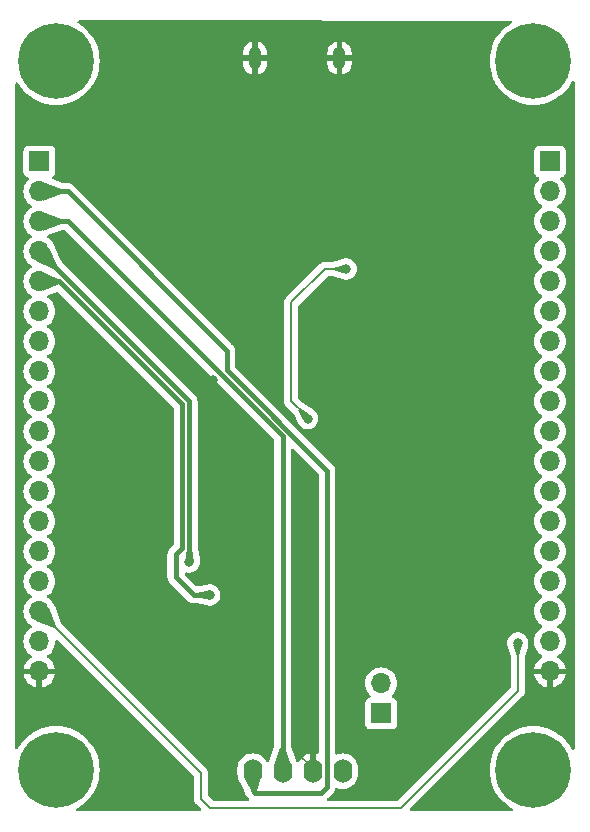
<source format=gbr>
%TF.GenerationSoftware,KiCad,Pcbnew,7.0.2*%
%TF.CreationDate,2023-07-03T13:26:32+03:00*%
%TF.ProjectId,rp2040,72703230-3430-42e6-9b69-6361645f7063,rev?*%
%TF.SameCoordinates,Original*%
%TF.FileFunction,Copper,L2,Bot*%
%TF.FilePolarity,Positive*%
%FSLAX46Y46*%
G04 Gerber Fmt 4.6, Leading zero omitted, Abs format (unit mm)*
G04 Created by KiCad (PCBNEW 7.0.2) date 2023-07-03 13:26:32*
%MOMM*%
%LPD*%
G01*
G04 APERTURE LIST*
%TA.AperFunction,ComponentPad*%
%ADD10C,0.800000*%
%TD*%
%TA.AperFunction,ComponentPad*%
%ADD11C,6.400000*%
%TD*%
%TA.AperFunction,ComponentPad*%
%ADD12R,1.700000X1.700000*%
%TD*%
%TA.AperFunction,ComponentPad*%
%ADD13O,1.700000X1.700000*%
%TD*%
%TA.AperFunction,ComponentPad*%
%ADD14O,1.600000X2.000000*%
%TD*%
%TA.AperFunction,ComponentPad*%
%ADD15O,1.050000X1.900000*%
%TD*%
%TA.AperFunction,ViaPad*%
%ADD16C,0.800000*%
%TD*%
%TA.AperFunction,Conductor*%
%ADD17C,0.200000*%
%TD*%
%TA.AperFunction,Conductor*%
%ADD18C,0.400000*%
%TD*%
G04 APERTURE END LIST*
D10*
%TO.P,H4,1*%
%TO.N,N/C*%
X119920000Y-128731944D03*
X120622944Y-127034888D03*
X120622944Y-130429000D03*
X122320000Y-126331944D03*
D11*
X122320000Y-128731944D03*
D10*
X122320000Y-131131944D03*
X124017056Y-127034888D03*
X124017056Y-130429000D03*
X124720000Y-128731944D03*
%TD*%
D12*
%TO.P,J2,1,Pin_1*%
%TO.N,+3.3V*%
X120920000Y-77216000D03*
D13*
%TO.P,J2,2,Pin_2*%
%TO.N,GPIO0*%
X120920000Y-79756000D03*
%TO.P,J2,3,Pin_3*%
%TO.N,GPIO1*%
X120920000Y-82296000D03*
%TO.P,J2,4,Pin_4*%
%TO.N,GPIO2*%
X120920000Y-84836000D03*
%TO.P,J2,5,Pin_5*%
%TO.N,GPIO3*%
X120920000Y-87376000D03*
%TO.P,J2,6,Pin_6*%
%TO.N,GPIO4*%
X120920000Y-89916000D03*
%TO.P,J2,7,Pin_7*%
%TO.N,GPIO5*%
X120920000Y-92456000D03*
%TO.P,J2,8,Pin_8*%
%TO.N,GPIO6*%
X120920000Y-94996000D03*
%TO.P,J2,9,Pin_9*%
%TO.N,GPIO7*%
X120920000Y-97536000D03*
%TO.P,J2,10,Pin_10*%
%TO.N,GPIO8*%
X120920000Y-100076000D03*
%TO.P,J2,11,Pin_11*%
%TO.N,GPIO9*%
X120920000Y-102616000D03*
%TO.P,J2,12,Pin_12*%
%TO.N,GPIO10*%
X120920000Y-105156000D03*
%TO.P,J2,13,Pin_13*%
%TO.N,GPIO11*%
X120920000Y-107696000D03*
%TO.P,J2,14,Pin_14*%
%TO.N,GPIO12*%
X120920000Y-110236000D03*
%TO.P,J2,15,Pin_15*%
%TO.N,GPIO13*%
X120920000Y-112776000D03*
%TO.P,J2,16,Pin_16*%
%TO.N,GPIO14*%
X120920000Y-115316000D03*
%TO.P,J2,17,Pin_17*%
%TO.N,GPIO15*%
X120920000Y-117856000D03*
%TO.P,J2,18,Pin_18*%
%TO.N,GND*%
X120920000Y-120396000D03*
%TD*%
D14*
%TO.P,U5,1,VCC*%
%TO.N,Net-(J3-Pin_1)*%
X146600000Y-128837000D03*
%TO.P,U5,2,GND*%
%TO.N,GND*%
X144060000Y-128837000D03*
%TO.P,U5,3,SCL*%
%TO.N,GPIO1*%
X141520000Y-128837000D03*
%TO.P,U5,4,SDA*%
%TO.N,GPIO0*%
X138980000Y-128837000D03*
%TD*%
D12*
%TO.P,J4,1,Pin_1*%
%TO.N,GPIO29_ADC3*%
X164140000Y-77216000D03*
D13*
%TO.P,J4,2,Pin_2*%
%TO.N,GPIO28_ADC2*%
X164140000Y-79756000D03*
%TO.P,J4,3,Pin_3*%
%TO.N,GPIO27_ADC1*%
X164140000Y-82296000D03*
%TO.P,J4,4,Pin_4*%
%TO.N,GPIO26_ADC0*%
X164140000Y-84836000D03*
%TO.P,J4,5,Pin_5*%
%TO.N,GPIO25*%
X164140000Y-87376000D03*
%TO.P,J4,6,Pin_6*%
%TO.N,GPIO24*%
X164140000Y-89916000D03*
%TO.P,J4,7,Pin_7*%
%TO.N,GPIO23*%
X164140000Y-92456000D03*
%TO.P,J4,8,Pin_8*%
%TO.N,GPIO22*%
X164140000Y-94996000D03*
%TO.P,J4,9,Pin_9*%
%TO.N,GPIO21*%
X164140000Y-97536000D03*
%TO.P,J4,10,Pin_10*%
%TO.N,GPIO20*%
X164140000Y-100076000D03*
%TO.P,J4,11,Pin_11*%
%TO.N,GPIO19*%
X164140000Y-102616000D03*
%TO.P,J4,12,Pin_12*%
%TO.N,GPIO18*%
X164140000Y-105156000D03*
%TO.P,J4,13,Pin_13*%
%TO.N,GPIO17*%
X164140000Y-107696000D03*
%TO.P,J4,14,Pin_14*%
%TO.N,GPIO16*%
X164140000Y-110236000D03*
%TO.P,J4,15,Pin_15*%
%TO.N,RUN*%
X164140000Y-112776000D03*
%TO.P,J4,16,Pin_16*%
%TO.N,SWD*%
X164140000Y-115316000D03*
%TO.P,J4,17,Pin_17*%
%TO.N,SWCLK*%
X164140000Y-117856000D03*
%TO.P,J4,18,Pin_18*%
%TO.N,GND*%
X164140000Y-120396000D03*
%TD*%
D12*
%TO.P,J3,1,Pin_1*%
%TO.N,Net-(J3-Pin_1)*%
X149860000Y-123952000D03*
D13*
%TO.P,J3,2,Pin_2*%
%TO.N,+3.3V*%
X149860000Y-121412000D03*
%TD*%
D10*
%TO.P,H1,1*%
%TO.N,N/C*%
X119920000Y-68707000D03*
X120622944Y-67009944D03*
X120622944Y-70404056D03*
X122320000Y-66307000D03*
D11*
X122320000Y-68707000D03*
D10*
X122320000Y-71107000D03*
X124017056Y-67009944D03*
X124017056Y-70404056D03*
X124720000Y-68707000D03*
%TD*%
D15*
%TO.P,J1,6,Shield*%
%TO.N,GND*%
X146323000Y-68470000D03*
X139173000Y-68470000D03*
%TD*%
D10*
%TO.P,H2,1*%
%TO.N,N/C*%
X160340000Y-68707000D03*
X161042944Y-67009944D03*
X161042944Y-70404056D03*
X162740000Y-66307000D03*
D11*
X162740000Y-68707000D03*
D10*
X162740000Y-71107000D03*
X164437056Y-67009944D03*
X164437056Y-70404056D03*
X165140000Y-68707000D03*
%TD*%
%TO.P,H3,1*%
%TO.N,N/C*%
X160340000Y-128731944D03*
X161042944Y-127034888D03*
X161042944Y-130429000D03*
X162740000Y-126331944D03*
D11*
X162740000Y-128731944D03*
D10*
X162740000Y-131131944D03*
X164437056Y-127034888D03*
X164437056Y-130429000D03*
X165140000Y-128731944D03*
%TD*%
D16*
%TO.N,+1V1*%
X146899000Y-86320000D03*
X143635000Y-98980000D03*
%TO.N,GPIO2*%
X133604000Y-111125000D03*
%TO.N,GPIO3*%
X135340000Y-113917500D03*
%TO.N,GPIO14*%
X161417000Y-117983000D03*
%TO.N,GND*%
X143850000Y-122680000D03*
X138303000Y-100203000D03*
X140080000Y-100690000D03*
X140335000Y-103378000D03*
X133420000Y-85910000D03*
X143764000Y-107061000D03*
X146685000Y-114427000D03*
X151270000Y-93599000D03*
X154432000Y-74041000D03*
X143256000Y-90932000D03*
X140843000Y-93345000D03*
X135636000Y-95758000D03*
X147600000Y-76454000D03*
X153543000Y-84696000D03*
X140208000Y-82677000D03*
X143256000Y-92075000D03*
X143256000Y-93345000D03*
X140843000Y-90932000D03*
X132500000Y-93950000D03*
X143002000Y-114455000D03*
X130937000Y-77343000D03*
X140843000Y-92075000D03*
%TD*%
D17*
%TO.N,+1V1*%
X143625000Y-98890000D02*
X142240000Y-97505000D01*
X142240000Y-89154000D02*
X145074000Y-86320000D01*
X142240000Y-97505000D02*
X142240000Y-89154000D01*
X145074000Y-86320000D02*
X146899000Y-86320000D01*
D18*
%TO.N,GPIO0*%
X123305371Y-79756000D02*
X120920000Y-79756000D01*
X136779000Y-94909472D02*
X136779000Y-93229629D01*
X138980000Y-130471000D02*
X139192000Y-130683000D01*
X136779000Y-93229629D02*
X123305371Y-79756000D01*
X145260000Y-130203000D02*
X145260000Y-103390472D01*
X138980000Y-128837000D02*
X138980000Y-130471000D01*
X139192000Y-130683000D02*
X144780000Y-130683000D01*
X145260000Y-103390472D02*
X136779000Y-94909472D01*
X144780000Y-130683000D02*
X145260000Y-130203000D01*
%TO.N,GPIO1*%
X123317000Y-82296000D02*
X120920000Y-82296000D01*
X141520000Y-128837000D02*
X141520000Y-100499000D01*
X141520000Y-100499000D02*
X123317000Y-82296000D01*
%TO.N,GPIO2*%
X133604000Y-97520000D02*
X120920000Y-84836000D01*
X133604000Y-111125000D02*
X133604000Y-97520000D01*
%TO.N,GPIO3*%
X133004000Y-109947000D02*
X132461000Y-110490000D01*
X132461000Y-112395000D02*
X133983500Y-113917500D01*
X133983500Y-113917500D02*
X135340000Y-113917500D01*
X133004000Y-97768528D02*
X133004000Y-109947000D01*
X122611472Y-87376000D02*
X133004000Y-97768528D01*
X120920000Y-87376000D02*
X122611472Y-87376000D01*
X132461000Y-110490000D02*
X132461000Y-112395000D01*
D17*
%TO.N,GPIO14*%
X151511000Y-131953000D02*
X161417000Y-122047000D01*
X120920000Y-115316000D02*
X134620000Y-129016000D01*
X135382000Y-131953000D02*
X151511000Y-131953000D01*
X161417000Y-122047000D02*
X161417000Y-117983000D01*
X134620000Y-129016000D02*
X134620000Y-131191000D01*
X134620000Y-131191000D02*
X135382000Y-131953000D01*
%TO.N,GND*%
X144060000Y-128590000D02*
X142750000Y-127280000D01*
X144060000Y-128837000D02*
X144060000Y-128590000D01*
X143850000Y-126180000D02*
X143850000Y-122680000D01*
X142750000Y-127280000D02*
X143850000Y-126180000D01*
%TD*%
%TA.AperFunction,Conductor*%
%TO.N,GPIO1*%
G36*
X122762493Y-82093118D02*
G01*
X122768989Y-82099282D01*
X122770000Y-82104041D01*
X122770000Y-82487958D01*
X122766573Y-82496231D01*
X122762493Y-82498881D01*
X121255910Y-83077217D01*
X121246958Y-83076983D01*
X121240912Y-83070783D01*
X120920865Y-82300489D01*
X120920856Y-82291534D01*
X120920865Y-82291511D01*
X121003295Y-82093118D01*
X121240912Y-81521215D01*
X121247251Y-81514891D01*
X121255910Y-81514782D01*
X122762493Y-82093118D01*
G37*
%TD.AperFunction*%
%TD*%
%TA.AperFunction,Conductor*%
%TO.N,GPIO3*%
G36*
X135335024Y-113521869D02*
G01*
X135339852Y-113529411D01*
X135340034Y-113531439D01*
X135341000Y-113917500D01*
X135340034Y-114303560D01*
X135336586Y-114311825D01*
X135328305Y-114315231D01*
X135326277Y-114315049D01*
X134229643Y-114119221D01*
X134222101Y-114114393D01*
X134220000Y-114107703D01*
X134220000Y-113727296D01*
X134223427Y-113719023D01*
X134229643Y-113715778D01*
X135326278Y-113519950D01*
X135335024Y-113521869D01*
G37*
%TD.AperFunction*%
%TD*%
%TA.AperFunction,Conductor*%
%TO.N,GPIO0*%
G36*
X122762493Y-79553118D02*
G01*
X122768989Y-79559282D01*
X122770000Y-79564041D01*
X122770000Y-79947958D01*
X122766573Y-79956231D01*
X122762493Y-79958881D01*
X121255910Y-80537217D01*
X121246958Y-80536983D01*
X121240912Y-80530783D01*
X120920865Y-79760489D01*
X120920856Y-79751534D01*
X120920865Y-79751511D01*
X121003295Y-79553118D01*
X121240912Y-78981215D01*
X121247251Y-78974891D01*
X121255910Y-78974782D01*
X122762493Y-79553118D01*
G37*
%TD.AperFunction*%
%TD*%
%TA.AperFunction,Conductor*%
%TO.N,GPIO2*%
G36*
X121703728Y-84515073D02*
G01*
X121709928Y-84521119D01*
X122366298Y-85995380D01*
X122366532Y-86004332D01*
X122363882Y-86008412D01*
X122092412Y-86279882D01*
X122084139Y-86283309D01*
X122079380Y-86282298D01*
X120605119Y-85625928D01*
X120598955Y-85619432D01*
X120599063Y-85610776D01*
X120917438Y-84839783D01*
X120923759Y-84833448D01*
X121694775Y-84515064D01*
X121703728Y-84515073D01*
G37*
%TD.AperFunction*%
%TD*%
%TA.AperFunction,Conductor*%
%TO.N,GPIO14*%
G36*
X161777007Y-118132093D02*
G01*
X161783325Y-118138440D01*
X161783775Y-118146034D01*
X161519386Y-119094442D01*
X161513864Y-119101491D01*
X161508116Y-119103000D01*
X161325884Y-119103000D01*
X161317611Y-119099573D01*
X161314614Y-119094442D01*
X161050224Y-118146031D01*
X161051303Y-118137144D01*
X161056990Y-118132094D01*
X161412500Y-117983875D01*
X161421449Y-117983855D01*
X161777007Y-118132093D01*
G37*
%TD.AperFunction*%
%TD*%
%TA.AperFunction,Conductor*%
%TO.N,GPIO3*%
G36*
X121255888Y-86595664D02*
G01*
X121256347Y-86595867D01*
X122849852Y-87339610D01*
X122855900Y-87346214D01*
X122855506Y-87355160D01*
X122853177Y-87358485D01*
X122583852Y-87627811D01*
X122579903Y-87630409D01*
X121255994Y-88157036D01*
X121247041Y-88156910D01*
X121240864Y-88150648D01*
X120921152Y-87379777D01*
X120921149Y-87370825D01*
X121240595Y-86601978D01*
X121246933Y-86595655D01*
X121255888Y-86595664D01*
G37*
%TD.AperFunction*%
%TD*%
%TA.AperFunction,Conductor*%
%TO.N,GPIO0*%
G36*
X138985911Y-128840827D02*
G01*
X139711907Y-129338216D01*
X139716795Y-129345719D01*
X139716431Y-129351452D01*
X139334287Y-130538886D01*
X139331423Y-130543575D01*
X139061624Y-130813374D01*
X139053351Y-130816801D01*
X139045078Y-130813374D01*
X139043085Y-130810713D01*
X138245966Y-129352422D01*
X138245004Y-129343519D01*
X138249609Y-129337165D01*
X138972679Y-128840832D01*
X138981437Y-128838976D01*
X138985911Y-128840827D01*
G37*
%TD.AperFunction*%
%TD*%
%TA.AperFunction,Conductor*%
%TO.N,GPIO1*%
G36*
X141720057Y-126840427D02*
G01*
X141722789Y-126844728D01*
X142256034Y-128322348D01*
X142255619Y-128331294D01*
X142251649Y-128335967D01*
X141526620Y-128833457D01*
X141517859Y-128835312D01*
X141513380Y-128833457D01*
X140788350Y-128335967D01*
X140783468Y-128328461D01*
X140783965Y-128322348D01*
X141317211Y-126844728D01*
X141323242Y-126838110D01*
X141328216Y-126837000D01*
X141711784Y-126837000D01*
X141720057Y-126840427D01*
G37*
%TD.AperFunction*%
%TD*%
%TA.AperFunction,Conductor*%
%TO.N,GND*%
G36*
X160803557Y-65280353D02*
G01*
X160870595Y-65300043D01*
X160916346Y-65352850D01*
X160926285Y-65422009D01*
X160897255Y-65485563D01*
X160871083Y-65508348D01*
X160564644Y-65707352D01*
X160564638Y-65707355D01*
X160561916Y-65709124D01*
X160559396Y-65711164D01*
X160559390Y-65711169D01*
X160263002Y-65951179D01*
X160262991Y-65951188D01*
X160260484Y-65953219D01*
X160258199Y-65955503D01*
X160258189Y-65955513D01*
X159988513Y-66225189D01*
X159988503Y-66225199D01*
X159986219Y-66227484D01*
X159984188Y-66229991D01*
X159984179Y-66230002D01*
X159744169Y-66526390D01*
X159744164Y-66526396D01*
X159742124Y-66528916D01*
X159740355Y-66531638D01*
X159740352Y-66531644D01*
X159532646Y-66851483D01*
X159532641Y-66851491D01*
X159530875Y-66854211D01*
X159529408Y-66857090D01*
X159529400Y-66857104D01*
X159356259Y-67196913D01*
X159356251Y-67196929D01*
X159354786Y-67199806D01*
X159353625Y-67202828D01*
X159353622Y-67202837D01*
X159216946Y-67558889D01*
X159216941Y-67558902D01*
X159215786Y-67561913D01*
X159214950Y-67565031D01*
X159214947Y-67565042D01*
X159116237Y-67933433D01*
X159116234Y-67933446D01*
X159115398Y-67936567D01*
X159114892Y-67939758D01*
X159114889Y-67939775D01*
X159055229Y-68316456D01*
X159055227Y-68316470D01*
X159054722Y-68319662D01*
X159034422Y-68707000D01*
X159034592Y-68710243D01*
X159051923Y-69040943D01*
X159054722Y-69094338D01*
X159055227Y-69097531D01*
X159055229Y-69097543D01*
X159114889Y-69474224D01*
X159114891Y-69474237D01*
X159115398Y-69477433D01*
X159116235Y-69480557D01*
X159116237Y-69480566D01*
X159214947Y-69848957D01*
X159215786Y-69852087D01*
X159216943Y-69855102D01*
X159216946Y-69855110D01*
X159230688Y-69890908D01*
X159354786Y-70214194D01*
X159356255Y-70217077D01*
X159356259Y-70217086D01*
X159513279Y-70525255D01*
X159530875Y-70559789D01*
X159742124Y-70885084D01*
X159986219Y-71186516D01*
X160260484Y-71460781D01*
X160561916Y-71704876D01*
X160887211Y-71916125D01*
X161232806Y-72092214D01*
X161594913Y-72231214D01*
X161969567Y-72331602D01*
X162352662Y-72392278D01*
X162740000Y-72412578D01*
X163127338Y-72392278D01*
X163510433Y-72331602D01*
X163885087Y-72231214D01*
X164247194Y-72092214D01*
X164592789Y-71916125D01*
X164918084Y-71704876D01*
X165219516Y-71460781D01*
X165493781Y-71186516D01*
X165737876Y-70885084D01*
X165949125Y-70559789D01*
X166008515Y-70443228D01*
X166056489Y-70392433D01*
X166124310Y-70375638D01*
X166190445Y-70398175D01*
X166233897Y-70452890D01*
X166243000Y-70499524D01*
X166243000Y-107742521D01*
X166239800Y-126933161D01*
X166220104Y-127000197D01*
X166167293Y-127045943D01*
X166098132Y-127055875D01*
X166034582Y-127026839D01*
X166005315Y-126989434D01*
X165950603Y-126882055D01*
X165950599Y-126882048D01*
X165949125Y-126879155D01*
X165737876Y-126553860D01*
X165493781Y-126252428D01*
X165219516Y-125978163D01*
X164918084Y-125734068D01*
X164592789Y-125522819D01*
X164589901Y-125521347D01*
X164589895Y-125521344D01*
X164250086Y-125348203D01*
X164250077Y-125348199D01*
X164247194Y-125346730D01*
X164244162Y-125345566D01*
X163888110Y-125208890D01*
X163888102Y-125208887D01*
X163885087Y-125207730D01*
X163881962Y-125206892D01*
X163881957Y-125206891D01*
X163513566Y-125108181D01*
X163513557Y-125108179D01*
X163510433Y-125107342D01*
X163507237Y-125106835D01*
X163507224Y-125106833D01*
X163130543Y-125047173D01*
X163130531Y-125047171D01*
X163127338Y-125046666D01*
X163124103Y-125046496D01*
X163124099Y-125046496D01*
X162743244Y-125026536D01*
X162740000Y-125026366D01*
X162736756Y-125026536D01*
X162355900Y-125046496D01*
X162355894Y-125046496D01*
X162352662Y-125046666D01*
X162349470Y-125047171D01*
X162349456Y-125047173D01*
X161972775Y-125106833D01*
X161972758Y-125106836D01*
X161969567Y-125107342D01*
X161966446Y-125108178D01*
X161966433Y-125108181D01*
X161598042Y-125206891D01*
X161598031Y-125206894D01*
X161594913Y-125207730D01*
X161591902Y-125208885D01*
X161591889Y-125208890D01*
X161235837Y-125345566D01*
X161235828Y-125345569D01*
X161232806Y-125346730D01*
X161229929Y-125348195D01*
X161229913Y-125348203D01*
X160890104Y-125521344D01*
X160890090Y-125521352D01*
X160887211Y-125522819D01*
X160884491Y-125524585D01*
X160884483Y-125524590D01*
X160564644Y-125732296D01*
X160564638Y-125732299D01*
X160561916Y-125734068D01*
X160559396Y-125736108D01*
X160559390Y-125736113D01*
X160263002Y-125976123D01*
X160262991Y-125976132D01*
X160260484Y-125978163D01*
X160258199Y-125980447D01*
X160258189Y-125980457D01*
X159988513Y-126250133D01*
X159988503Y-126250143D01*
X159986219Y-126252428D01*
X159984188Y-126254935D01*
X159984179Y-126254946D01*
X159744169Y-126551334D01*
X159744164Y-126551340D01*
X159742124Y-126553860D01*
X159740355Y-126556582D01*
X159740352Y-126556588D01*
X159532646Y-126876427D01*
X159532641Y-126876435D01*
X159530875Y-126879155D01*
X159529408Y-126882034D01*
X159529400Y-126882048D01*
X159356259Y-127221857D01*
X159356251Y-127221873D01*
X159354786Y-127224750D01*
X159353625Y-127227772D01*
X159353622Y-127227781D01*
X159216946Y-127583833D01*
X159216941Y-127583846D01*
X159215786Y-127586857D01*
X159214950Y-127589975D01*
X159214947Y-127589986D01*
X159116237Y-127958377D01*
X159116234Y-127958390D01*
X159115398Y-127961511D01*
X159114892Y-127964702D01*
X159114889Y-127964719D01*
X159055229Y-128341400D01*
X159055227Y-128341414D01*
X159054722Y-128344606D01*
X159054552Y-128347838D01*
X159054552Y-128347844D01*
X159034592Y-128728700D01*
X159034422Y-128731944D01*
X159034592Y-128735187D01*
X159053385Y-129093784D01*
X159054722Y-129119282D01*
X159055227Y-129122475D01*
X159055229Y-129122487D01*
X159114889Y-129499168D01*
X159114891Y-129499181D01*
X159115398Y-129502377D01*
X159116235Y-129505501D01*
X159116237Y-129505510D01*
X159175630Y-129727167D01*
X159215786Y-129877031D01*
X159216943Y-129880046D01*
X159216946Y-129880054D01*
X159332788Y-130181831D01*
X159354786Y-130239138D01*
X159356255Y-130242021D01*
X159356259Y-130242030D01*
X159528551Y-130580172D01*
X159530875Y-130584733D01*
X159742124Y-130910028D01*
X159986219Y-131211460D01*
X160260484Y-131485725D01*
X160561916Y-131729820D01*
X160887211Y-131941069D01*
X160890104Y-131942543D01*
X160948927Y-131972515D01*
X160999723Y-132020490D01*
X161016518Y-132088311D01*
X160993981Y-132154446D01*
X160939265Y-132197897D01*
X160892632Y-132207000D01*
X152405597Y-132207000D01*
X152338558Y-132187315D01*
X152292803Y-132134511D01*
X152282859Y-132065353D01*
X152311884Y-132001797D01*
X152317916Y-131995319D01*
X154687052Y-129626183D01*
X161808043Y-122505190D01*
X161820223Y-122494509D01*
X161845282Y-122475282D01*
X161941536Y-122349841D01*
X162002044Y-122203762D01*
X162015064Y-122104866D01*
X162022683Y-122047000D01*
X162018561Y-122015690D01*
X162017500Y-121999505D01*
X162017500Y-119207038D01*
X162022054Y-119173740D01*
X162270708Y-118281777D01*
X162271062Y-118280419D01*
X162278900Y-118249579D01*
X162281636Y-118236001D01*
X162302674Y-118171256D01*
X162322460Y-117983000D01*
X162309112Y-117855999D01*
X162784340Y-117855999D01*
X162804936Y-118091407D01*
X162826332Y-118171256D01*
X162866097Y-118319663D01*
X162965965Y-118533830D01*
X163101505Y-118727401D01*
X163268599Y-118894495D01*
X163454596Y-119024732D01*
X163498219Y-119079307D01*
X163505412Y-119148806D01*
X163473890Y-119211160D01*
X163454595Y-119227880D01*
X163268919Y-119357892D01*
X163101890Y-119524921D01*
X162966400Y-119718421D01*
X162866569Y-119932507D01*
X162809364Y-120145999D01*
X162809364Y-120146000D01*
X163706314Y-120146000D01*
X163680507Y-120186156D01*
X163640000Y-120324111D01*
X163640000Y-120467889D01*
X163680507Y-120605844D01*
X163706314Y-120646000D01*
X162809364Y-120646000D01*
X162866569Y-120859492D01*
X162966399Y-121073576D01*
X163101893Y-121267081D01*
X163268918Y-121434106D01*
X163462423Y-121569600D01*
X163676509Y-121669430D01*
X163890000Y-121726634D01*
X163890000Y-120831501D01*
X163997685Y-120880680D01*
X164104237Y-120896000D01*
X164175763Y-120896000D01*
X164282315Y-120880680D01*
X164390000Y-120831501D01*
X164390000Y-121726633D01*
X164603490Y-121669430D01*
X164817576Y-121569600D01*
X165011081Y-121434106D01*
X165178106Y-121267081D01*
X165313600Y-121073576D01*
X165413430Y-120859492D01*
X165470636Y-120646000D01*
X164573686Y-120646000D01*
X164599493Y-120605844D01*
X164640000Y-120467889D01*
X164640000Y-120324111D01*
X164599493Y-120186156D01*
X164573686Y-120146000D01*
X165470636Y-120146000D01*
X165470635Y-120145999D01*
X165413430Y-119932507D01*
X165313599Y-119718421D01*
X165178109Y-119524921D01*
X165011081Y-119357893D01*
X164825404Y-119227880D01*
X164781780Y-119173303D01*
X164774587Y-119103804D01*
X164806109Y-119041450D01*
X164825399Y-119024734D01*
X165011401Y-118894495D01*
X165178495Y-118727401D01*
X165314035Y-118533830D01*
X165413903Y-118319663D01*
X165475063Y-118091408D01*
X165495659Y-117856000D01*
X165490299Y-117794742D01*
X165475063Y-117620592D01*
X165431033Y-117456268D01*
X165413903Y-117392337D01*
X165314035Y-117178171D01*
X165178495Y-116984599D01*
X165011401Y-116817505D01*
X164825839Y-116687573D01*
X164782216Y-116632998D01*
X164775022Y-116563500D01*
X164806545Y-116501145D01*
X164825837Y-116484428D01*
X165011401Y-116354495D01*
X165178495Y-116187401D01*
X165314035Y-115993830D01*
X165413903Y-115779663D01*
X165475063Y-115551408D01*
X165495659Y-115316000D01*
X165475063Y-115080592D01*
X165413903Y-114852337D01*
X165314035Y-114638171D01*
X165178495Y-114444599D01*
X165011401Y-114277505D01*
X164825839Y-114147573D01*
X164782215Y-114092997D01*
X164775023Y-114023498D01*
X164806545Y-113961144D01*
X164825831Y-113944432D01*
X165011401Y-113814495D01*
X165178495Y-113647401D01*
X165314035Y-113453830D01*
X165413903Y-113239663D01*
X165475063Y-113011408D01*
X165495659Y-112776000D01*
X165475063Y-112540592D01*
X165413903Y-112312337D01*
X165314035Y-112098171D01*
X165178495Y-111904599D01*
X165011401Y-111737505D01*
X164825839Y-111607573D01*
X164782216Y-111552998D01*
X164775022Y-111483500D01*
X164806545Y-111421145D01*
X164825837Y-111404428D01*
X165011401Y-111274495D01*
X165178495Y-111107401D01*
X165314035Y-110913830D01*
X165413903Y-110699663D01*
X165475063Y-110471408D01*
X165495659Y-110236000D01*
X165475063Y-110000592D01*
X165413903Y-109772337D01*
X165314035Y-109558171D01*
X165178495Y-109364599D01*
X165011401Y-109197505D01*
X164825839Y-109067573D01*
X164782215Y-109012997D01*
X164775023Y-108943498D01*
X164806545Y-108881144D01*
X164825831Y-108864432D01*
X165011401Y-108734495D01*
X165178495Y-108567401D01*
X165314035Y-108373830D01*
X165413903Y-108159663D01*
X165475063Y-107931408D01*
X165495659Y-107696000D01*
X165475063Y-107460592D01*
X165413903Y-107232337D01*
X165314035Y-107018171D01*
X165178495Y-106824599D01*
X165011401Y-106657505D01*
X164825839Y-106527573D01*
X164782216Y-106472998D01*
X164775022Y-106403500D01*
X164806545Y-106341145D01*
X164825837Y-106324428D01*
X165011401Y-106194495D01*
X165178495Y-106027401D01*
X165314035Y-105833830D01*
X165413903Y-105619663D01*
X165475063Y-105391408D01*
X165495659Y-105156000D01*
X165475063Y-104920592D01*
X165413903Y-104692337D01*
X165314035Y-104478171D01*
X165178495Y-104284599D01*
X165011401Y-104117505D01*
X164825839Y-103987573D01*
X164782215Y-103932997D01*
X164775023Y-103863498D01*
X164806545Y-103801144D01*
X164825831Y-103784432D01*
X165011401Y-103654495D01*
X165178495Y-103487401D01*
X165314035Y-103293830D01*
X165413903Y-103079663D01*
X165475063Y-102851408D01*
X165495659Y-102616000D01*
X165475063Y-102380592D01*
X165413903Y-102152337D01*
X165314035Y-101938171D01*
X165178495Y-101744599D01*
X165011401Y-101577505D01*
X164825839Y-101447573D01*
X164782216Y-101392998D01*
X164775022Y-101323500D01*
X164806545Y-101261145D01*
X164825837Y-101244428D01*
X165011401Y-101114495D01*
X165178495Y-100947401D01*
X165314035Y-100753830D01*
X165413903Y-100539663D01*
X165475063Y-100311408D01*
X165495659Y-100076000D01*
X165475063Y-99840592D01*
X165413903Y-99612337D01*
X165314035Y-99398171D01*
X165178495Y-99204599D01*
X165011401Y-99037505D01*
X164825839Y-98907573D01*
X164782215Y-98852997D01*
X164775023Y-98783498D01*
X164806545Y-98721144D01*
X164825831Y-98704432D01*
X165011401Y-98574495D01*
X165178495Y-98407401D01*
X165314035Y-98213830D01*
X165413903Y-97999663D01*
X165475063Y-97771408D01*
X165495659Y-97536000D01*
X165475063Y-97300592D01*
X165413903Y-97072337D01*
X165314035Y-96858171D01*
X165178495Y-96664599D01*
X165011401Y-96497505D01*
X164825839Y-96367573D01*
X164782216Y-96312998D01*
X164775022Y-96243500D01*
X164806545Y-96181145D01*
X164825837Y-96164428D01*
X165011401Y-96034495D01*
X165178495Y-95867401D01*
X165314035Y-95673830D01*
X165413903Y-95459663D01*
X165475063Y-95231408D01*
X165495659Y-94996000D01*
X165475063Y-94760592D01*
X165413903Y-94532337D01*
X165314035Y-94318171D01*
X165178495Y-94124599D01*
X165011401Y-93957505D01*
X164825839Y-93827573D01*
X164782215Y-93772997D01*
X164775023Y-93703498D01*
X164806545Y-93641144D01*
X164825831Y-93624432D01*
X165011401Y-93494495D01*
X165178495Y-93327401D01*
X165314035Y-93133830D01*
X165413903Y-92919663D01*
X165475063Y-92691408D01*
X165495659Y-92456000D01*
X165475063Y-92220592D01*
X165413903Y-91992337D01*
X165314035Y-91778171D01*
X165178495Y-91584599D01*
X165011401Y-91417505D01*
X164825839Y-91287573D01*
X164782216Y-91232998D01*
X164775022Y-91163500D01*
X164806545Y-91101145D01*
X164825837Y-91084428D01*
X165011401Y-90954495D01*
X165178495Y-90787401D01*
X165314035Y-90593830D01*
X165413903Y-90379663D01*
X165475063Y-90151408D01*
X165495659Y-89916000D01*
X165475063Y-89680592D01*
X165413903Y-89452337D01*
X165314035Y-89238171D01*
X165178495Y-89044599D01*
X165011401Y-88877505D01*
X164825839Y-88747573D01*
X164782215Y-88692997D01*
X164775023Y-88623498D01*
X164806545Y-88561144D01*
X164825831Y-88544432D01*
X165011401Y-88414495D01*
X165178495Y-88247401D01*
X165314035Y-88053830D01*
X165413903Y-87839663D01*
X165475063Y-87611408D01*
X165495659Y-87376000D01*
X165475063Y-87140592D01*
X165413903Y-86912337D01*
X165314035Y-86698171D01*
X165178495Y-86504599D01*
X165011401Y-86337505D01*
X164825839Y-86207573D01*
X164782216Y-86152998D01*
X164775022Y-86083500D01*
X164806545Y-86021145D01*
X164825837Y-86004428D01*
X165011401Y-85874495D01*
X165178495Y-85707401D01*
X165314035Y-85513830D01*
X165413903Y-85299663D01*
X165475063Y-85071408D01*
X165495659Y-84836000D01*
X165475063Y-84600592D01*
X165413903Y-84372337D01*
X165314035Y-84158171D01*
X165178495Y-83964599D01*
X165011401Y-83797505D01*
X164825839Y-83667573D01*
X164782215Y-83612997D01*
X164775023Y-83543498D01*
X164806545Y-83481144D01*
X164825831Y-83464432D01*
X165011401Y-83334495D01*
X165178495Y-83167401D01*
X165314035Y-82973830D01*
X165413903Y-82759663D01*
X165475063Y-82531408D01*
X165495659Y-82296000D01*
X165475063Y-82060592D01*
X165413903Y-81832337D01*
X165314035Y-81618171D01*
X165178495Y-81424599D01*
X165011401Y-81257505D01*
X164825839Y-81127573D01*
X164782216Y-81072998D01*
X164775022Y-81003500D01*
X164806545Y-80941145D01*
X164825837Y-80924428D01*
X165011401Y-80794495D01*
X165178495Y-80627401D01*
X165314035Y-80433830D01*
X165413903Y-80219663D01*
X165475063Y-79991408D01*
X165495659Y-79756000D01*
X165475063Y-79520592D01*
X165413903Y-79292337D01*
X165314035Y-79078171D01*
X165178495Y-78884599D01*
X165056568Y-78762672D01*
X165023084Y-78701350D01*
X165028068Y-78631658D01*
X165069940Y-78575725D01*
X165100915Y-78558810D01*
X165232331Y-78509796D01*
X165347546Y-78423546D01*
X165433796Y-78308331D01*
X165484091Y-78173483D01*
X165490500Y-78113873D01*
X165490499Y-76318128D01*
X165484091Y-76258517D01*
X165433796Y-76123669D01*
X165347546Y-76008454D01*
X165232331Y-75922204D01*
X165097483Y-75871909D01*
X165037873Y-75865500D01*
X165034550Y-75865500D01*
X163245439Y-75865500D01*
X163245420Y-75865500D01*
X163242128Y-75865501D01*
X163238848Y-75865853D01*
X163238840Y-75865854D01*
X163182515Y-75871909D01*
X163047669Y-75922204D01*
X162932454Y-76008454D01*
X162846204Y-76123668D01*
X162795910Y-76258515D01*
X162795909Y-76258517D01*
X162789500Y-76318127D01*
X162789500Y-76321448D01*
X162789500Y-76321449D01*
X162789500Y-78110560D01*
X162789500Y-78110578D01*
X162789501Y-78113872D01*
X162795909Y-78173483D01*
X162846204Y-78308331D01*
X162932454Y-78423546D01*
X163047669Y-78509796D01*
X163159907Y-78551658D01*
X163179082Y-78558810D01*
X163235016Y-78600681D01*
X163259433Y-78666146D01*
X163244581Y-78734419D01*
X163223431Y-78762673D01*
X163101503Y-78884601D01*
X162965965Y-79078170D01*
X162866097Y-79292336D01*
X162804936Y-79520592D01*
X162784340Y-79755999D01*
X162804936Y-79991407D01*
X162849709Y-80158501D01*
X162866097Y-80219663D01*
X162965965Y-80433830D01*
X163101505Y-80627401D01*
X163268599Y-80794495D01*
X163454160Y-80924426D01*
X163497783Y-80979002D01*
X163504976Y-81048501D01*
X163473454Y-81110855D01*
X163454159Y-81127575D01*
X163268595Y-81257508D01*
X163101505Y-81424598D01*
X162965965Y-81618170D01*
X162866097Y-81832336D01*
X162804936Y-82060592D01*
X162784340Y-82296000D01*
X162804936Y-82531407D01*
X162849709Y-82698501D01*
X162866097Y-82759663D01*
X162965965Y-82973830D01*
X163101505Y-83167401D01*
X163268599Y-83334495D01*
X163454160Y-83464426D01*
X163497783Y-83519002D01*
X163504976Y-83588501D01*
X163473454Y-83650855D01*
X163454159Y-83667575D01*
X163268595Y-83797508D01*
X163101505Y-83964598D01*
X162965965Y-84158170D01*
X162866097Y-84372336D01*
X162804936Y-84600592D01*
X162784340Y-84836000D01*
X162804936Y-85071407D01*
X162849709Y-85238502D01*
X162866097Y-85299663D01*
X162965965Y-85513830D01*
X163101505Y-85707401D01*
X163268599Y-85874495D01*
X163454160Y-86004426D01*
X163497783Y-86059002D01*
X163504976Y-86128501D01*
X163473454Y-86190855D01*
X163454158Y-86207575D01*
X163293601Y-86319999D01*
X163268595Y-86337508D01*
X163101505Y-86504598D01*
X162965965Y-86698170D01*
X162866097Y-86912336D01*
X162804936Y-87140592D01*
X162784340Y-87375999D01*
X162804936Y-87611407D01*
X162849709Y-87778502D01*
X162866097Y-87839663D01*
X162965965Y-88053830D01*
X163101505Y-88247401D01*
X163268599Y-88414495D01*
X163454160Y-88544426D01*
X163497783Y-88599002D01*
X163504976Y-88668501D01*
X163473454Y-88730855D01*
X163454160Y-88747574D01*
X163306223Y-88851161D01*
X163268595Y-88877508D01*
X163101505Y-89044598D01*
X162965965Y-89238170D01*
X162866097Y-89452336D01*
X162804936Y-89680592D01*
X162784340Y-89916000D01*
X162804936Y-90151407D01*
X162849709Y-90318502D01*
X162866097Y-90379663D01*
X162965965Y-90593830D01*
X163101505Y-90787401D01*
X163268599Y-90954495D01*
X163454160Y-91084426D01*
X163497783Y-91139002D01*
X163504976Y-91208501D01*
X163473454Y-91270855D01*
X163454159Y-91287575D01*
X163268595Y-91417508D01*
X163101505Y-91584598D01*
X162965965Y-91778170D01*
X162866097Y-91992336D01*
X162804936Y-92220592D01*
X162784340Y-92455999D01*
X162804936Y-92691407D01*
X162811710Y-92716687D01*
X162866097Y-92919663D01*
X162965965Y-93133830D01*
X163101505Y-93327401D01*
X163268599Y-93494495D01*
X163454160Y-93624426D01*
X163497783Y-93679002D01*
X163504976Y-93748501D01*
X163473454Y-93810855D01*
X163454159Y-93827575D01*
X163268595Y-93957508D01*
X163101505Y-94124598D01*
X162965965Y-94318170D01*
X162866097Y-94532336D01*
X162804936Y-94760592D01*
X162784340Y-94996000D01*
X162804936Y-95231407D01*
X162849709Y-95398502D01*
X162866097Y-95459663D01*
X162965965Y-95673830D01*
X163101505Y-95867401D01*
X163268599Y-96034495D01*
X163454160Y-96164426D01*
X163497783Y-96219002D01*
X163504976Y-96288501D01*
X163473454Y-96350855D01*
X163454159Y-96367575D01*
X163268595Y-96497508D01*
X163101505Y-96664598D01*
X162965965Y-96858170D01*
X162866097Y-97072336D01*
X162804936Y-97300592D01*
X162784340Y-97536000D01*
X162804936Y-97771407D01*
X162814699Y-97807841D01*
X162866097Y-97999663D01*
X162965965Y-98213830D01*
X163101505Y-98407401D01*
X163268599Y-98574495D01*
X163454160Y-98704426D01*
X163497783Y-98759002D01*
X163504976Y-98828501D01*
X163473454Y-98890855D01*
X163454159Y-98907575D01*
X163268595Y-99037508D01*
X163101505Y-99204598D01*
X162965965Y-99398170D01*
X162866097Y-99612336D01*
X162804936Y-99840592D01*
X162784340Y-100075999D01*
X162804936Y-100311407D01*
X162849709Y-100478502D01*
X162866097Y-100539663D01*
X162965965Y-100753830D01*
X163101505Y-100947401D01*
X163268599Y-101114495D01*
X163454160Y-101244426D01*
X163497783Y-101299002D01*
X163504976Y-101368501D01*
X163473454Y-101430855D01*
X163454158Y-101447575D01*
X163353222Y-101518252D01*
X163268595Y-101577508D01*
X163101505Y-101744598D01*
X162965965Y-101938170D01*
X162866097Y-102152336D01*
X162804936Y-102380592D01*
X162784340Y-102616000D01*
X162804936Y-102851407D01*
X162838875Y-102978068D01*
X162866097Y-103079663D01*
X162965965Y-103293830D01*
X163101505Y-103487401D01*
X163268599Y-103654495D01*
X163454160Y-103784426D01*
X163497783Y-103839002D01*
X163504976Y-103908501D01*
X163473454Y-103970855D01*
X163454159Y-103987575D01*
X163268595Y-104117508D01*
X163101505Y-104284598D01*
X162965965Y-104478170D01*
X162866097Y-104692336D01*
X162804936Y-104920592D01*
X162784340Y-105155999D01*
X162804936Y-105391407D01*
X162849709Y-105558502D01*
X162866097Y-105619663D01*
X162965965Y-105833830D01*
X163101505Y-106027401D01*
X163268599Y-106194495D01*
X163454160Y-106324426D01*
X163497783Y-106379002D01*
X163504976Y-106448501D01*
X163473454Y-106510855D01*
X163454159Y-106527575D01*
X163268595Y-106657508D01*
X163101505Y-106824598D01*
X162965965Y-107018170D01*
X162866097Y-107232336D01*
X162804936Y-107460592D01*
X162784340Y-107696000D01*
X162804936Y-107931407D01*
X162849709Y-108098502D01*
X162866097Y-108159663D01*
X162965965Y-108373830D01*
X163101505Y-108567401D01*
X163268599Y-108734495D01*
X163454160Y-108864426D01*
X163497783Y-108919002D01*
X163504976Y-108988501D01*
X163473454Y-109050855D01*
X163454159Y-109067575D01*
X163268595Y-109197508D01*
X163101505Y-109364598D01*
X162965965Y-109558170D01*
X162866097Y-109772336D01*
X162804936Y-110000592D01*
X162784340Y-110235999D01*
X162804936Y-110471407D01*
X162849709Y-110638501D01*
X162866097Y-110699663D01*
X162965965Y-110913830D01*
X163101505Y-111107401D01*
X163268599Y-111274495D01*
X163454160Y-111404426D01*
X163497783Y-111459002D01*
X163504976Y-111528501D01*
X163473454Y-111590855D01*
X163454159Y-111607575D01*
X163268595Y-111737508D01*
X163101505Y-111904598D01*
X162965965Y-112098170D01*
X162866097Y-112312336D01*
X162804936Y-112540592D01*
X162784340Y-112775999D01*
X162804936Y-113011407D01*
X162842629Y-113152077D01*
X162866097Y-113239663D01*
X162965965Y-113453830D01*
X163101505Y-113647401D01*
X163268599Y-113814495D01*
X163454160Y-113944426D01*
X163497783Y-113999002D01*
X163504976Y-114068501D01*
X163473454Y-114130855D01*
X163454159Y-114147575D01*
X163268595Y-114277508D01*
X163101505Y-114444598D01*
X162965965Y-114638170D01*
X162866097Y-114852336D01*
X162804936Y-115080592D01*
X162784340Y-115316000D01*
X162804936Y-115551407D01*
X162849709Y-115718501D01*
X162866097Y-115779663D01*
X162965965Y-115993830D01*
X163101505Y-116187401D01*
X163268599Y-116354495D01*
X163454160Y-116484426D01*
X163497783Y-116539002D01*
X163504976Y-116608501D01*
X163473454Y-116670855D01*
X163454159Y-116687575D01*
X163268595Y-116817508D01*
X163101505Y-116984598D01*
X162965965Y-117178170D01*
X162866097Y-117392336D01*
X162804936Y-117620592D01*
X162784340Y-117855999D01*
X162309112Y-117855999D01*
X162302674Y-117794744D01*
X162269790Y-117693539D01*
X162244179Y-117614715D01*
X162149533Y-117450783D01*
X162022870Y-117310110D01*
X161869730Y-117198848D01*
X161696802Y-117121855D01*
X161511648Y-117082500D01*
X161511646Y-117082500D01*
X161322354Y-117082500D01*
X161322352Y-117082500D01*
X161137197Y-117121855D01*
X160964269Y-117198848D01*
X160811129Y-117310110D01*
X160684466Y-117450783D01*
X160589820Y-117614715D01*
X160531326Y-117794742D01*
X160511540Y-117982999D01*
X160531326Y-118171257D01*
X160557111Y-118250614D01*
X160562149Y-118272972D01*
X160563291Y-118281774D01*
X160811946Y-119173740D01*
X160816500Y-119207038D01*
X160816500Y-121746902D01*
X160796815Y-121813941D01*
X160780181Y-121834583D01*
X151298584Y-131316181D01*
X151237261Y-131349666D01*
X151210903Y-131352500D01*
X145400518Y-131352500D01*
X145333479Y-131332815D01*
X145287724Y-131280011D01*
X145277780Y-131210853D01*
X145306805Y-131147297D01*
X145312837Y-131140819D01*
X145332992Y-131120663D01*
X145737723Y-130715931D01*
X145743142Y-130710829D01*
X145788183Y-130670929D01*
X145822361Y-130621410D01*
X145826790Y-130615394D01*
X145863875Y-130568060D01*
X145863875Y-130568059D01*
X145863878Y-130568056D01*
X145868037Y-130558814D01*
X145879061Y-130539268D01*
X145884818Y-130530930D01*
X145906152Y-130474674D01*
X145908994Y-130467811D01*
X145933695Y-130412931D01*
X145935522Y-130402956D01*
X145941549Y-130381339D01*
X145945140Y-130371872D01*
X145948130Y-130347244D01*
X145975751Y-130283067D01*
X146033685Y-130244010D01*
X146103538Y-130242475D01*
X146123632Y-130249809D01*
X146153504Y-130263739D01*
X146373308Y-130322635D01*
X146600000Y-130342468D01*
X146826692Y-130322635D01*
X147046496Y-130263739D01*
X147252734Y-130167568D01*
X147439139Y-130037047D01*
X147600047Y-129876139D01*
X147730568Y-129689734D01*
X147826739Y-129483496D01*
X147885635Y-129263692D01*
X147900500Y-129093784D01*
X147900500Y-128580216D01*
X147885635Y-128410308D01*
X147826739Y-128190504D01*
X147730568Y-127984266D01*
X147716882Y-127964719D01*
X147600046Y-127797859D01*
X147439140Y-127636953D01*
X147252735Y-127506432D01*
X147046497Y-127410261D01*
X146826689Y-127351364D01*
X146599999Y-127331531D01*
X146373310Y-127351364D01*
X146153502Y-127410261D01*
X146136903Y-127418002D01*
X146067826Y-127428493D01*
X146004042Y-127399972D01*
X145965803Y-127341495D01*
X145960500Y-127305619D01*
X145960500Y-121411999D01*
X148504340Y-121411999D01*
X148524936Y-121647407D01*
X148546165Y-121726633D01*
X148586097Y-121875663D01*
X148685965Y-122089830D01*
X148821505Y-122283401D01*
X148821508Y-122283404D01*
X148943430Y-122405326D01*
X148976915Y-122466649D01*
X148971931Y-122536341D01*
X148930059Y-122592274D01*
X148899083Y-122609189D01*
X148767669Y-122658204D01*
X148652454Y-122744454D01*
X148566204Y-122859668D01*
X148515910Y-122994515D01*
X148515909Y-122994517D01*
X148509500Y-123054127D01*
X148509500Y-123057448D01*
X148509500Y-123057449D01*
X148509500Y-124846560D01*
X148509500Y-124846578D01*
X148509501Y-124849872D01*
X148515909Y-124909483D01*
X148566204Y-125044331D01*
X148652454Y-125159546D01*
X148767669Y-125245796D01*
X148902517Y-125296091D01*
X148962127Y-125302500D01*
X150757872Y-125302499D01*
X150817483Y-125296091D01*
X150952331Y-125245796D01*
X151067546Y-125159546D01*
X151153796Y-125044331D01*
X151204091Y-124909483D01*
X151210500Y-124849873D01*
X151210499Y-123054128D01*
X151204091Y-122994517D01*
X151153796Y-122859669D01*
X151067546Y-122744454D01*
X150952331Y-122658204D01*
X150890898Y-122635291D01*
X150820916Y-122609189D01*
X150764983Y-122567317D01*
X150740566Y-122501853D01*
X150755418Y-122433580D01*
X150776563Y-122405332D01*
X150898495Y-122283401D01*
X151034035Y-122089830D01*
X151133903Y-121875663D01*
X151195063Y-121647408D01*
X151215659Y-121412000D01*
X151195063Y-121176592D01*
X151133903Y-120948337D01*
X151034035Y-120734171D01*
X150898495Y-120540599D01*
X150731401Y-120373505D01*
X150537830Y-120237965D01*
X150323663Y-120138097D01*
X150262501Y-120121709D01*
X150095407Y-120076936D01*
X149860000Y-120056340D01*
X149624592Y-120076936D01*
X149396336Y-120138097D01*
X149182170Y-120237965D01*
X148988598Y-120373505D01*
X148821505Y-120540598D01*
X148685965Y-120734170D01*
X148586097Y-120948336D01*
X148524936Y-121176592D01*
X148504340Y-121411999D01*
X145960500Y-121411999D01*
X145960500Y-103415380D01*
X145960726Y-103407893D01*
X145964357Y-103347866D01*
X145953509Y-103288673D01*
X145952392Y-103281328D01*
X145945140Y-103221600D01*
X145941546Y-103212124D01*
X145935520Y-103190508D01*
X145933694Y-103180540D01*
X145908997Y-103125667D01*
X145906155Y-103118806D01*
X145884818Y-103062542D01*
X145879058Y-103054198D01*
X145868039Y-103034662D01*
X145863878Y-103025415D01*
X145860928Y-103021650D01*
X145826785Y-102978068D01*
X145822354Y-102972049D01*
X145788183Y-102922543D01*
X145743153Y-102882650D01*
X145737715Y-102877530D01*
X140365185Y-97504999D01*
X141634317Y-97504999D01*
X141638399Y-97536000D01*
X141639500Y-97544361D01*
X141654956Y-97661762D01*
X141715463Y-97807840D01*
X141811716Y-97933281D01*
X141836768Y-97952503D01*
X141848964Y-97963199D01*
X142382159Y-98496394D01*
X142405778Y-98529410D01*
X142541625Y-98806000D01*
X142803638Y-99339466D01*
X142805785Y-99344757D01*
X142810567Y-99353041D01*
X142812373Y-99356281D01*
X142825897Y-99381415D01*
X142832757Y-99391475D01*
X142902466Y-99512216D01*
X143029129Y-99652889D01*
X143182269Y-99764151D01*
X143355197Y-99841144D01*
X143540352Y-99880500D01*
X143540354Y-99880500D01*
X143729648Y-99880500D01*
X143853084Y-99854262D01*
X143914803Y-99841144D01*
X144087730Y-99764151D01*
X144240871Y-99652888D01*
X144367533Y-99512216D01*
X144462179Y-99348284D01*
X144520674Y-99168256D01*
X144540460Y-98980000D01*
X144520674Y-98791744D01*
X144462179Y-98611716D01*
X144462179Y-98611715D01*
X144367533Y-98447783D01*
X144240870Y-98307111D01*
X144087729Y-98195848D01*
X144064066Y-98185312D01*
X144047995Y-98176689D01*
X143901655Y-98083689D01*
X143467595Y-97807840D01*
X143271920Y-97683487D01*
X143250748Y-97666513D01*
X142876819Y-97292583D01*
X142843334Y-97231260D01*
X142840500Y-97204902D01*
X142840500Y-89454096D01*
X142860185Y-89387057D01*
X142876819Y-89366415D01*
X145286416Y-86956819D01*
X145347739Y-86923334D01*
X145374097Y-86920500D01*
X145674964Y-86920500D01*
X145708261Y-86925053D01*
X146597517Y-87172954D01*
X146614649Y-87179119D01*
X146619197Y-87181144D01*
X146680915Y-87194262D01*
X146804352Y-87220500D01*
X146804354Y-87220500D01*
X146993648Y-87220500D01*
X147117084Y-87194262D01*
X147178803Y-87181144D01*
X147351730Y-87104151D01*
X147504871Y-86992888D01*
X147631533Y-86852216D01*
X147726179Y-86688284D01*
X147784674Y-86508256D01*
X147804460Y-86320000D01*
X147784674Y-86131744D01*
X147726179Y-85951716D01*
X147726179Y-85951715D01*
X147631533Y-85787783D01*
X147504870Y-85647110D01*
X147351730Y-85535848D01*
X147178802Y-85458855D01*
X146993648Y-85419500D01*
X146993646Y-85419500D01*
X146804354Y-85419500D01*
X146804352Y-85419500D01*
X146619195Y-85458856D01*
X146614645Y-85460882D01*
X146597512Y-85467047D01*
X145708258Y-85714946D01*
X145674960Y-85719500D01*
X145121487Y-85719500D01*
X145105302Y-85718439D01*
X145101376Y-85717922D01*
X145073999Y-85714317D01*
X145038741Y-85718959D01*
X145034639Y-85719500D01*
X144975938Y-85727228D01*
X144917237Y-85734956D01*
X144771161Y-85795462D01*
X144720982Y-85833965D01*
X144645718Y-85891718D01*
X144645716Y-85891719D01*
X144645715Y-85891721D01*
X144626490Y-85916774D01*
X144615798Y-85928965D01*
X141848965Y-88695798D01*
X141836773Y-88706491D01*
X141811718Y-88725717D01*
X141787550Y-88757215D01*
X141715462Y-88851161D01*
X141654956Y-88997237D01*
X141634317Y-89153999D01*
X141638439Y-89185301D01*
X141639500Y-89201487D01*
X141639500Y-97457511D01*
X141638439Y-97473696D01*
X141634317Y-97504999D01*
X140365185Y-97504999D01*
X137515819Y-94655633D01*
X137482334Y-94594310D01*
X137479500Y-94567952D01*
X137479500Y-93254548D01*
X137479726Y-93247061D01*
X137483358Y-93187023D01*
X137472507Y-93127814D01*
X137471390Y-93120470D01*
X137464140Y-93060757D01*
X137460547Y-93051285D01*
X137454522Y-93029673D01*
X137452695Y-93019698D01*
X137428007Y-92964846D01*
X137425147Y-92957942D01*
X137403818Y-92901699D01*
X137398061Y-92893359D01*
X137387035Y-92873810D01*
X137382877Y-92864570D01*
X137345785Y-92817226D01*
X137341355Y-92811206D01*
X137307183Y-92761700D01*
X137262153Y-92721807D01*
X137256715Y-92716687D01*
X123818311Y-79278283D01*
X123813193Y-79272847D01*
X123773300Y-79227817D01*
X123723803Y-79193651D01*
X123717776Y-79189216D01*
X123670425Y-79152120D01*
X123661184Y-79147961D01*
X123641644Y-79136941D01*
X123633301Y-79131182D01*
X123633298Y-79131181D01*
X123633297Y-79131180D01*
X123577072Y-79109856D01*
X123570154Y-79106991D01*
X123515300Y-79082303D01*
X123505323Y-79080475D01*
X123483710Y-79074450D01*
X123474244Y-79070860D01*
X123414543Y-79063610D01*
X123407142Y-79062483D01*
X123347978Y-79051641D01*
X123287937Y-79055274D01*
X123280450Y-79055500D01*
X122899702Y-79055500D01*
X122855264Y-79047264D01*
X122033085Y-78731652D01*
X121977552Y-78689249D01*
X121953760Y-78623555D01*
X121969262Y-78555427D01*
X122003213Y-78516621D01*
X122012329Y-78509796D01*
X122012331Y-78509796D01*
X122127546Y-78423546D01*
X122213796Y-78308331D01*
X122264091Y-78173483D01*
X122270500Y-78113873D01*
X122270499Y-76318128D01*
X122264091Y-76258517D01*
X122213796Y-76123669D01*
X122127546Y-76008454D01*
X122012331Y-75922204D01*
X121877483Y-75871909D01*
X121817873Y-75865500D01*
X121814550Y-75865500D01*
X120025439Y-75865500D01*
X120025420Y-75865500D01*
X120022128Y-75865501D01*
X120018848Y-75865853D01*
X120018840Y-75865854D01*
X119962515Y-75871909D01*
X119827669Y-75922204D01*
X119712454Y-76008454D01*
X119626204Y-76123668D01*
X119575910Y-76258515D01*
X119575909Y-76258517D01*
X119569500Y-76318127D01*
X119569500Y-76321448D01*
X119569500Y-76321449D01*
X119569500Y-78110560D01*
X119569500Y-78110578D01*
X119569501Y-78113872D01*
X119575909Y-78173483D01*
X119626204Y-78308331D01*
X119712454Y-78423546D01*
X119827669Y-78509796D01*
X119939907Y-78551658D01*
X119959082Y-78558810D01*
X120015016Y-78600681D01*
X120039433Y-78666146D01*
X120024581Y-78734419D01*
X120003431Y-78762673D01*
X119881503Y-78884601D01*
X119745965Y-79078170D01*
X119646097Y-79292336D01*
X119584936Y-79520592D01*
X119564340Y-79756000D01*
X119584936Y-79991407D01*
X119629709Y-80158501D01*
X119646097Y-80219663D01*
X119745965Y-80433830D01*
X119881505Y-80627401D01*
X120048599Y-80794495D01*
X120234160Y-80924426D01*
X120277783Y-80979002D01*
X120284976Y-81048501D01*
X120253454Y-81110855D01*
X120234159Y-81127575D01*
X120048595Y-81257508D01*
X119881505Y-81424598D01*
X119745965Y-81618170D01*
X119646097Y-81832336D01*
X119584936Y-82060592D01*
X119564340Y-82296000D01*
X119584936Y-82531407D01*
X119629709Y-82698501D01*
X119646097Y-82759663D01*
X119745965Y-82973830D01*
X119881505Y-83167401D01*
X120048599Y-83334495D01*
X120234160Y-83464426D01*
X120277783Y-83519002D01*
X120284976Y-83588501D01*
X120253454Y-83650855D01*
X120234159Y-83667575D01*
X120048595Y-83797508D01*
X119881505Y-83964598D01*
X119745965Y-84158170D01*
X119646097Y-84372336D01*
X119584936Y-84600592D01*
X119564340Y-84836000D01*
X119584936Y-85071407D01*
X119629709Y-85238502D01*
X119646097Y-85299663D01*
X119745965Y-85513830D01*
X119881505Y-85707401D01*
X120048599Y-85874495D01*
X120234160Y-86004426D01*
X120277783Y-86059002D01*
X120284976Y-86128501D01*
X120253454Y-86190855D01*
X120234158Y-86207575D01*
X120073601Y-86319999D01*
X120048595Y-86337508D01*
X119881505Y-86504598D01*
X119745965Y-86698170D01*
X119646097Y-86912336D01*
X119584936Y-87140592D01*
X119564340Y-87375999D01*
X119584936Y-87611407D01*
X119629709Y-87778501D01*
X119646097Y-87839663D01*
X119745965Y-88053830D01*
X119881505Y-88247401D01*
X120048599Y-88414495D01*
X120234160Y-88544426D01*
X120277783Y-88599002D01*
X120284976Y-88668501D01*
X120253454Y-88730855D01*
X120234160Y-88747574D01*
X120086223Y-88851161D01*
X120048595Y-88877508D01*
X119881505Y-89044598D01*
X119745965Y-89238170D01*
X119646097Y-89452336D01*
X119584936Y-89680592D01*
X119564340Y-89915999D01*
X119584936Y-90151407D01*
X119629709Y-90318502D01*
X119646097Y-90379663D01*
X119745965Y-90593830D01*
X119881505Y-90787401D01*
X120048599Y-90954495D01*
X120234160Y-91084426D01*
X120277783Y-91139002D01*
X120284976Y-91208501D01*
X120253454Y-91270855D01*
X120234159Y-91287575D01*
X120048595Y-91417508D01*
X119881505Y-91584598D01*
X119745965Y-91778170D01*
X119646097Y-91992336D01*
X119584936Y-92220592D01*
X119564340Y-92455999D01*
X119584936Y-92691407D01*
X119591710Y-92716687D01*
X119646097Y-92919663D01*
X119745965Y-93133830D01*
X119881505Y-93327401D01*
X120048599Y-93494495D01*
X120234160Y-93624426D01*
X120277783Y-93679002D01*
X120284976Y-93748501D01*
X120253454Y-93810855D01*
X120234159Y-93827575D01*
X120048595Y-93957508D01*
X119881505Y-94124598D01*
X119745965Y-94318170D01*
X119646097Y-94532336D01*
X119584936Y-94760592D01*
X119564340Y-94996000D01*
X119584936Y-95231407D01*
X119629709Y-95398502D01*
X119646097Y-95459663D01*
X119745965Y-95673830D01*
X119881505Y-95867401D01*
X120048599Y-96034495D01*
X120234160Y-96164426D01*
X120277783Y-96219002D01*
X120284976Y-96288501D01*
X120253454Y-96350855D01*
X120234159Y-96367575D01*
X120048595Y-96497508D01*
X119881505Y-96664598D01*
X119745965Y-96858170D01*
X119646097Y-97072336D01*
X119584936Y-97300592D01*
X119564340Y-97536000D01*
X119584936Y-97771407D01*
X119594699Y-97807841D01*
X119646097Y-97999663D01*
X119745965Y-98213830D01*
X119881505Y-98407401D01*
X120048599Y-98574495D01*
X120234160Y-98704426D01*
X120277783Y-98759002D01*
X120284976Y-98828501D01*
X120253454Y-98890855D01*
X120234159Y-98907575D01*
X120048595Y-99037508D01*
X119881505Y-99204598D01*
X119745965Y-99398170D01*
X119646097Y-99612336D01*
X119584936Y-99840592D01*
X119564340Y-100075999D01*
X119584936Y-100311407D01*
X119629709Y-100478502D01*
X119646097Y-100539663D01*
X119745965Y-100753830D01*
X119881505Y-100947401D01*
X120048599Y-101114495D01*
X120234160Y-101244426D01*
X120277783Y-101299002D01*
X120284976Y-101368501D01*
X120253454Y-101430855D01*
X120234158Y-101447575D01*
X120133222Y-101518252D01*
X120048595Y-101577508D01*
X119881505Y-101744598D01*
X119745965Y-101938170D01*
X119646097Y-102152336D01*
X119584936Y-102380592D01*
X119564340Y-102616000D01*
X119584936Y-102851407D01*
X119618875Y-102978068D01*
X119646097Y-103079663D01*
X119745965Y-103293830D01*
X119881505Y-103487401D01*
X120048599Y-103654495D01*
X120234160Y-103784426D01*
X120277783Y-103839002D01*
X120284976Y-103908501D01*
X120253454Y-103970855D01*
X120234159Y-103987575D01*
X120048595Y-104117508D01*
X119881505Y-104284598D01*
X119745965Y-104478170D01*
X119646097Y-104692336D01*
X119584936Y-104920592D01*
X119564340Y-105156000D01*
X119584936Y-105391407D01*
X119629709Y-105558502D01*
X119646097Y-105619663D01*
X119745965Y-105833830D01*
X119881505Y-106027401D01*
X120048599Y-106194495D01*
X120234160Y-106324426D01*
X120277783Y-106379002D01*
X120284976Y-106448501D01*
X120253454Y-106510855D01*
X120234159Y-106527575D01*
X120048595Y-106657508D01*
X119881505Y-106824598D01*
X119745965Y-107018170D01*
X119646097Y-107232336D01*
X119584936Y-107460592D01*
X119564340Y-107696000D01*
X119584936Y-107931407D01*
X119629709Y-108098501D01*
X119646097Y-108159663D01*
X119745965Y-108373830D01*
X119881505Y-108567401D01*
X120048599Y-108734495D01*
X120234160Y-108864426D01*
X120277783Y-108919002D01*
X120284976Y-108988501D01*
X120253454Y-109050855D01*
X120234159Y-109067575D01*
X120048595Y-109197508D01*
X119881505Y-109364598D01*
X119745965Y-109558170D01*
X119646097Y-109772336D01*
X119584936Y-110000592D01*
X119564340Y-110235999D01*
X119584936Y-110471407D01*
X119629709Y-110638501D01*
X119646097Y-110699663D01*
X119745965Y-110913830D01*
X119881505Y-111107401D01*
X120048599Y-111274495D01*
X120234160Y-111404426D01*
X120277783Y-111459002D01*
X120284976Y-111528501D01*
X120253454Y-111590855D01*
X120234159Y-111607575D01*
X120048595Y-111737508D01*
X119881505Y-111904598D01*
X119745965Y-112098170D01*
X119646097Y-112312336D01*
X119584936Y-112540592D01*
X119564340Y-112775999D01*
X119584936Y-113011407D01*
X119622629Y-113152077D01*
X119646097Y-113239663D01*
X119745965Y-113453830D01*
X119881505Y-113647401D01*
X120048599Y-113814495D01*
X120234160Y-113944426D01*
X120277783Y-113999002D01*
X120284976Y-114068501D01*
X120253454Y-114130855D01*
X120234159Y-114147575D01*
X120048595Y-114277508D01*
X119881505Y-114444598D01*
X119745965Y-114638170D01*
X119646097Y-114852336D01*
X119584936Y-115080592D01*
X119564340Y-115316000D01*
X119584936Y-115551407D01*
X119629709Y-115718501D01*
X119646097Y-115779663D01*
X119745965Y-115993830D01*
X119881505Y-116187401D01*
X120048599Y-116354495D01*
X120234160Y-116484426D01*
X120277783Y-116539002D01*
X120284976Y-116608501D01*
X120253454Y-116670855D01*
X120234159Y-116687575D01*
X120048595Y-116817508D01*
X119881505Y-116984598D01*
X119745965Y-117178170D01*
X119646097Y-117392336D01*
X119584936Y-117620592D01*
X119564340Y-117856000D01*
X119584936Y-118091407D01*
X119606332Y-118171256D01*
X119646097Y-118319663D01*
X119745965Y-118533830D01*
X119881505Y-118727401D01*
X120048599Y-118894495D01*
X120234596Y-119024732D01*
X120278219Y-119079307D01*
X120285412Y-119148806D01*
X120253890Y-119211160D01*
X120234595Y-119227880D01*
X120048919Y-119357892D01*
X119881890Y-119524921D01*
X119746400Y-119718421D01*
X119646569Y-119932507D01*
X119589364Y-120145999D01*
X119589364Y-120146000D01*
X120486314Y-120146000D01*
X120460507Y-120186156D01*
X120420000Y-120324111D01*
X120420000Y-120467889D01*
X120460507Y-120605844D01*
X120486314Y-120646000D01*
X119589364Y-120646000D01*
X119646569Y-120859492D01*
X119746399Y-121073576D01*
X119881893Y-121267081D01*
X120048918Y-121434106D01*
X120242423Y-121569600D01*
X120456509Y-121669430D01*
X120670000Y-121726634D01*
X120670000Y-120831501D01*
X120777685Y-120880680D01*
X120884237Y-120896000D01*
X120955763Y-120896000D01*
X121062315Y-120880680D01*
X121170000Y-120831501D01*
X121170000Y-121726633D01*
X121383490Y-121669430D01*
X121597576Y-121569600D01*
X121791081Y-121434106D01*
X121958106Y-121267081D01*
X122093600Y-121073576D01*
X122193430Y-120859492D01*
X122250636Y-120646000D01*
X121353686Y-120646000D01*
X121379493Y-120605844D01*
X121420000Y-120467889D01*
X121420000Y-120324111D01*
X121379493Y-120186156D01*
X121353686Y-120146000D01*
X122250636Y-120146000D01*
X122250635Y-120145999D01*
X122193430Y-119932507D01*
X122093599Y-119718421D01*
X121958109Y-119524921D01*
X121791081Y-119357893D01*
X121605404Y-119227880D01*
X121561780Y-119173303D01*
X121554587Y-119103804D01*
X121586109Y-119041450D01*
X121605399Y-119024734D01*
X121791401Y-118894495D01*
X121958495Y-118727401D01*
X122094035Y-118533830D01*
X122193903Y-118319663D01*
X122255063Y-118091408D01*
X122275659Y-117856000D01*
X122273222Y-117828157D01*
X122286989Y-117759656D01*
X122335604Y-117709473D01*
X122403632Y-117693539D01*
X122469476Y-117716914D01*
X122484432Y-117729667D01*
X133983181Y-129228415D01*
X134016666Y-129289738D01*
X134019500Y-129316096D01*
X134019500Y-131143511D01*
X134018439Y-131159696D01*
X134014317Y-131191000D01*
X134029536Y-131306596D01*
X134034955Y-131347761D01*
X134095464Y-131493841D01*
X134191716Y-131619281D01*
X134216768Y-131638503D01*
X134228964Y-131649199D01*
X134575084Y-131995319D01*
X134608569Y-132056642D01*
X134603585Y-132126334D01*
X134561713Y-132182267D01*
X134496249Y-132206684D01*
X134487403Y-132207000D01*
X124167368Y-132207000D01*
X124100329Y-132187315D01*
X124054574Y-132134511D01*
X124044630Y-132065353D01*
X124073655Y-132001797D01*
X124111073Y-131972515D01*
X124126905Y-131964447D01*
X124172789Y-131941069D01*
X124498084Y-131729820D01*
X124799516Y-131485725D01*
X125073781Y-131211460D01*
X125317876Y-130910028D01*
X125529125Y-130584733D01*
X125705214Y-130239138D01*
X125844214Y-129877031D01*
X125944602Y-129502377D01*
X126005278Y-129119282D01*
X126025578Y-128731944D01*
X126005278Y-128344606D01*
X125944602Y-127961511D01*
X125844214Y-127586857D01*
X125705214Y-127224750D01*
X125529125Y-126879155D01*
X125317876Y-126553860D01*
X125073781Y-126252428D01*
X124799516Y-125978163D01*
X124498084Y-125734068D01*
X124172789Y-125522819D01*
X124169901Y-125521347D01*
X124169895Y-125521344D01*
X123830086Y-125348203D01*
X123830077Y-125348199D01*
X123827194Y-125346730D01*
X123824162Y-125345566D01*
X123468110Y-125208890D01*
X123468102Y-125208887D01*
X123465087Y-125207730D01*
X123461962Y-125206892D01*
X123461957Y-125206891D01*
X123093566Y-125108181D01*
X123093557Y-125108179D01*
X123090433Y-125107342D01*
X123087237Y-125106835D01*
X123087224Y-125106833D01*
X122710543Y-125047173D01*
X122710531Y-125047171D01*
X122707338Y-125046666D01*
X122704103Y-125046496D01*
X122704099Y-125046496D01*
X122323244Y-125026536D01*
X122320000Y-125026366D01*
X122316756Y-125026536D01*
X121935900Y-125046496D01*
X121935894Y-125046496D01*
X121932662Y-125046666D01*
X121929470Y-125047171D01*
X121929456Y-125047173D01*
X121552775Y-125106833D01*
X121552758Y-125106836D01*
X121549567Y-125107342D01*
X121546446Y-125108178D01*
X121546433Y-125108181D01*
X121178042Y-125206891D01*
X121178031Y-125206894D01*
X121174913Y-125207730D01*
X121171902Y-125208885D01*
X121171889Y-125208890D01*
X120815837Y-125345566D01*
X120815828Y-125345569D01*
X120812806Y-125346730D01*
X120809929Y-125348195D01*
X120809913Y-125348203D01*
X120470104Y-125521344D01*
X120470090Y-125521352D01*
X120467211Y-125522819D01*
X120464491Y-125524585D01*
X120464483Y-125524590D01*
X120144644Y-125732296D01*
X120144638Y-125732299D01*
X120141916Y-125734068D01*
X120139396Y-125736108D01*
X120139390Y-125736113D01*
X119843002Y-125976123D01*
X119842991Y-125976132D01*
X119840484Y-125978163D01*
X119838199Y-125980447D01*
X119838189Y-125980457D01*
X119568513Y-126250133D01*
X119568503Y-126250143D01*
X119566219Y-126252428D01*
X119564188Y-126254935D01*
X119564179Y-126254946D01*
X119324169Y-126551334D01*
X119324164Y-126551340D01*
X119322124Y-126553860D01*
X119320355Y-126556582D01*
X119320352Y-126556588D01*
X119112646Y-126876427D01*
X119112641Y-126876435D01*
X119110875Y-126879155D01*
X119109411Y-126882027D01*
X119109399Y-126882049D01*
X119106483Y-126887774D01*
X119058506Y-126938568D01*
X118990684Y-126955361D01*
X118924550Y-126932821D01*
X118881101Y-126878104D01*
X118872000Y-126831475D01*
X118872000Y-124208105D01*
X118872586Y-122450495D01*
X118889856Y-70638023D01*
X118909563Y-70570993D01*
X118962382Y-70525255D01*
X119031544Y-70515335D01*
X119095090Y-70544381D01*
X119117851Y-70570532D01*
X119262632Y-70793475D01*
X119322124Y-70885084D01*
X119566219Y-71186516D01*
X119840484Y-71460781D01*
X120141916Y-71704876D01*
X120467211Y-71916125D01*
X120812806Y-72092214D01*
X121174913Y-72231214D01*
X121549567Y-72331602D01*
X121932662Y-72392278D01*
X122320000Y-72412578D01*
X122707338Y-72392278D01*
X123090433Y-72331602D01*
X123465087Y-72231214D01*
X123827194Y-72092214D01*
X124172789Y-71916125D01*
X124498084Y-71704876D01*
X124799516Y-71460781D01*
X125073781Y-71186516D01*
X125317876Y-70885084D01*
X125529125Y-70559789D01*
X125705214Y-70214194D01*
X125844214Y-69852087D01*
X125944602Y-69477433D01*
X126005278Y-69094338D01*
X126024897Y-68720000D01*
X138148000Y-68720000D01*
X138148000Y-68942311D01*
X138148298Y-68948395D01*
X138162829Y-69095932D01*
X138221442Y-69289151D01*
X138316620Y-69467215D01*
X138444707Y-69623292D01*
X138600784Y-69751379D01*
X138778849Y-69846558D01*
X138923000Y-69890285D01*
X138923000Y-68893650D01*
X138948000Y-68893650D01*
X138962860Y-68963560D01*
X139019082Y-69040943D01*
X139101918Y-69088769D01*
X139197044Y-69098767D01*
X139288013Y-69069209D01*
X139359096Y-69005206D01*
X139398000Y-68917825D01*
X139398000Y-68720000D01*
X139423000Y-68720000D01*
X139423000Y-69890285D01*
X139567150Y-69846558D01*
X139745215Y-69751379D01*
X139901292Y-69623292D01*
X140029379Y-69467215D01*
X140124557Y-69289151D01*
X140183170Y-69095932D01*
X140197701Y-68948395D01*
X140198000Y-68942311D01*
X140198000Y-68720000D01*
X145298000Y-68720000D01*
X145298000Y-68942311D01*
X145298298Y-68948395D01*
X145312829Y-69095932D01*
X145371442Y-69289151D01*
X145466620Y-69467215D01*
X145594707Y-69623292D01*
X145750784Y-69751379D01*
X145928849Y-69846558D01*
X146073000Y-69890285D01*
X146073000Y-68893650D01*
X146098000Y-68893650D01*
X146112860Y-68963560D01*
X146169082Y-69040943D01*
X146251918Y-69088769D01*
X146347044Y-69098767D01*
X146438013Y-69069209D01*
X146509096Y-69005206D01*
X146548000Y-68917825D01*
X146548000Y-68720000D01*
X146573000Y-68720000D01*
X146573000Y-69890285D01*
X146717150Y-69846558D01*
X146895215Y-69751379D01*
X147051292Y-69623292D01*
X147179379Y-69467215D01*
X147274557Y-69289151D01*
X147333170Y-69095932D01*
X147347701Y-68948395D01*
X147348000Y-68942311D01*
X147348000Y-68720000D01*
X146573000Y-68720000D01*
X146548000Y-68720000D01*
X146548000Y-68046350D01*
X146533140Y-67976440D01*
X146476918Y-67899057D01*
X146394082Y-67851231D01*
X146298956Y-67841233D01*
X146207987Y-67870791D01*
X146136904Y-67934794D01*
X146098000Y-68022175D01*
X146098000Y-68893650D01*
X146073000Y-68893650D01*
X146073000Y-68720000D01*
X145298000Y-68720000D01*
X140198000Y-68720000D01*
X139423000Y-68720000D01*
X139398000Y-68720000D01*
X139398000Y-68046350D01*
X139383140Y-67976440D01*
X139326918Y-67899057D01*
X139244082Y-67851231D01*
X139148956Y-67841233D01*
X139057987Y-67870791D01*
X138986904Y-67934794D01*
X138948000Y-68022175D01*
X138948000Y-68893650D01*
X138923000Y-68893650D01*
X138923000Y-68720000D01*
X138148000Y-68720000D01*
X126024897Y-68720000D01*
X126025578Y-68707000D01*
X126005278Y-68319662D01*
X125989493Y-68220000D01*
X138148000Y-68220000D01*
X138923000Y-68220000D01*
X138923000Y-67049712D01*
X139423000Y-67049712D01*
X139423000Y-68220000D01*
X140198000Y-68220000D01*
X145298000Y-68220000D01*
X146073000Y-68220000D01*
X146073000Y-67049712D01*
X146573000Y-67049712D01*
X146573000Y-68220000D01*
X147348000Y-68220000D01*
X147348000Y-67997688D01*
X147347701Y-67991604D01*
X147333170Y-67844067D01*
X147274557Y-67650848D01*
X147179379Y-67472784D01*
X147051292Y-67316707D01*
X146895215Y-67188620D01*
X146717146Y-67093440D01*
X146573000Y-67049712D01*
X146073000Y-67049712D01*
X145928853Y-67093440D01*
X145750784Y-67188620D01*
X145594707Y-67316707D01*
X145466620Y-67472784D01*
X145371442Y-67650848D01*
X145312829Y-67844067D01*
X145298298Y-67991604D01*
X145298000Y-67997688D01*
X145298000Y-68220000D01*
X140198000Y-68220000D01*
X140198000Y-67997688D01*
X140197701Y-67991604D01*
X140183170Y-67844067D01*
X140124557Y-67650848D01*
X140029379Y-67472784D01*
X139901292Y-67316707D01*
X139745215Y-67188620D01*
X139567146Y-67093440D01*
X139423000Y-67049712D01*
X138923000Y-67049712D01*
X138778853Y-67093440D01*
X138600784Y-67188620D01*
X138444707Y-67316707D01*
X138316620Y-67472784D01*
X138221442Y-67650848D01*
X138162829Y-67844067D01*
X138148298Y-67991604D01*
X138148000Y-67997688D01*
X138148000Y-68220000D01*
X125989493Y-68220000D01*
X125944602Y-67936567D01*
X125844214Y-67561913D01*
X125705214Y-67199806D01*
X125699514Y-67188620D01*
X125530599Y-66857104D01*
X125529125Y-66854211D01*
X125317876Y-66528916D01*
X125073781Y-66227484D01*
X124799516Y-65953219D01*
X124498084Y-65709124D01*
X124185293Y-65505995D01*
X124139790Y-65452974D01*
X124130176Y-65383769D01*
X124159503Y-65320352D01*
X124218460Y-65282858D01*
X124252828Y-65278000D01*
X129077967Y-65278000D01*
X160803557Y-65280353D01*
G37*
%TD.AperFunction*%
%TA.AperFunction,Conductor*%
G36*
X123042520Y-83016185D02*
G01*
X123063162Y-83032819D01*
X140783181Y-100752837D01*
X140816666Y-100814160D01*
X140819500Y-100840518D01*
X140819500Y-126713032D01*
X140812137Y-126755124D01*
X140358019Y-128013481D01*
X140316747Y-128069858D01*
X140251546Y-128094972D01*
X140183119Y-128080849D01*
X140133190Y-128031973D01*
X140129000Y-128023794D01*
X140128475Y-128022669D01*
X140110568Y-127984266D01*
X140096882Y-127964719D01*
X139980046Y-127797859D01*
X139819140Y-127636953D01*
X139632735Y-127506432D01*
X139426497Y-127410261D01*
X139206689Y-127351364D01*
X138979999Y-127331531D01*
X138753310Y-127351364D01*
X138533502Y-127410261D01*
X138327264Y-127506432D01*
X138140859Y-127636953D01*
X137979953Y-127797859D01*
X137849432Y-127984264D01*
X137753261Y-128190502D01*
X137694364Y-128410310D01*
X137679736Y-128577515D01*
X137679500Y-128580216D01*
X137679500Y-129093784D01*
X137679735Y-129096479D01*
X137679736Y-129096484D01*
X137694364Y-129263689D01*
X137753261Y-129483497D01*
X137789099Y-129560350D01*
X137792880Y-129569371D01*
X137802405Y-129594877D01*
X137819518Y-129626183D01*
X137823094Y-129633253D01*
X137849432Y-129689735D01*
X137867487Y-129715522D01*
X137874716Y-129727167D01*
X138261402Y-130434591D01*
X138276370Y-130501548D01*
X138275641Y-130513604D01*
X138286483Y-130572771D01*
X138287610Y-130580172D01*
X138294860Y-130639873D01*
X138298450Y-130649339D01*
X138304475Y-130670952D01*
X138306303Y-130680929D01*
X138330991Y-130735783D01*
X138333856Y-130742701D01*
X138355180Y-130798926D01*
X138355182Y-130798930D01*
X138360941Y-130807273D01*
X138371961Y-130826813D01*
X138376120Y-130836054D01*
X138413216Y-130883405D01*
X138417651Y-130889432D01*
X138451817Y-130938929D01*
X138496847Y-130978822D01*
X138502283Y-130983940D01*
X138659162Y-131140819D01*
X138692647Y-131202142D01*
X138687663Y-131271834D01*
X138645791Y-131327767D01*
X138580327Y-131352184D01*
X138571481Y-131352500D01*
X135682097Y-131352500D01*
X135615058Y-131332815D01*
X135594416Y-131316181D01*
X135256819Y-130978583D01*
X135223334Y-130917260D01*
X135220500Y-130890902D01*
X135220500Y-129063487D01*
X135221561Y-129047301D01*
X135225682Y-129015999D01*
X135218704Y-128963000D01*
X135205044Y-128859238D01*
X135144536Y-128713159D01*
X135122710Y-128684714D01*
X135048282Y-128587717D01*
X135023229Y-128568494D01*
X135011034Y-128557799D01*
X122756056Y-116302821D01*
X122727820Y-116259175D01*
X122197315Y-114862618D01*
X122194203Y-114852982D01*
X122193903Y-114852340D01*
X122193903Y-114852337D01*
X122193167Y-114850759D01*
X122189629Y-114842382D01*
X122179700Y-114816242D01*
X122179694Y-114816229D01*
X122179332Y-114815275D01*
X122179208Y-114814963D01*
X122178414Y-114813270D01*
X122178405Y-114813249D01*
X122152841Y-114758737D01*
X122141098Y-114739098D01*
X122094035Y-114638171D01*
X121986283Y-114484285D01*
X121958495Y-114444599D01*
X121791401Y-114277505D01*
X121605839Y-114147573D01*
X121562217Y-114092998D01*
X121555024Y-114023499D01*
X121586546Y-113961145D01*
X121605837Y-113944428D01*
X121791401Y-113814495D01*
X121958495Y-113647401D01*
X122094035Y-113453830D01*
X122193903Y-113239663D01*
X122255063Y-113011408D01*
X122275659Y-112776000D01*
X122255063Y-112540592D01*
X122193903Y-112312337D01*
X122094035Y-112098171D01*
X121958495Y-111904599D01*
X121791401Y-111737505D01*
X121605839Y-111607573D01*
X121562216Y-111552998D01*
X121555022Y-111483500D01*
X121586545Y-111421145D01*
X121605837Y-111404428D01*
X121791401Y-111274495D01*
X121958495Y-111107401D01*
X122094035Y-110913830D01*
X122193903Y-110699663D01*
X122255063Y-110471408D01*
X122275659Y-110236000D01*
X122265942Y-110124942D01*
X122255063Y-110000592D01*
X122248755Y-109977051D01*
X122193903Y-109772337D01*
X122094035Y-109558171D01*
X121958495Y-109364599D01*
X121791401Y-109197505D01*
X121605839Y-109067573D01*
X121562215Y-109012997D01*
X121555023Y-108943498D01*
X121586545Y-108881144D01*
X121605831Y-108864432D01*
X121791401Y-108734495D01*
X121958495Y-108567401D01*
X122094035Y-108373830D01*
X122193903Y-108159663D01*
X122255063Y-107931408D01*
X122275659Y-107696000D01*
X122255063Y-107460592D01*
X122193903Y-107232337D01*
X122094035Y-107018171D01*
X121958495Y-106824599D01*
X121791401Y-106657505D01*
X121605839Y-106527573D01*
X121562216Y-106472998D01*
X121555022Y-106403500D01*
X121586545Y-106341145D01*
X121605837Y-106324428D01*
X121791401Y-106194495D01*
X121958495Y-106027401D01*
X122094035Y-105833830D01*
X122193903Y-105619663D01*
X122255063Y-105391408D01*
X122275659Y-105156000D01*
X122255063Y-104920592D01*
X122193903Y-104692337D01*
X122094035Y-104478171D01*
X121958495Y-104284599D01*
X121791401Y-104117505D01*
X121605839Y-103987573D01*
X121562215Y-103932997D01*
X121555023Y-103863498D01*
X121586545Y-103801144D01*
X121605831Y-103784432D01*
X121791401Y-103654495D01*
X121958495Y-103487401D01*
X122094035Y-103293830D01*
X122193903Y-103079663D01*
X122255063Y-102851408D01*
X122275659Y-102616000D01*
X122255063Y-102380592D01*
X122193903Y-102152337D01*
X122094035Y-101938171D01*
X121958495Y-101744599D01*
X121791401Y-101577505D01*
X121605839Y-101447573D01*
X121562216Y-101392998D01*
X121555022Y-101323500D01*
X121586545Y-101261145D01*
X121605837Y-101244428D01*
X121791401Y-101114495D01*
X121958495Y-100947401D01*
X122094035Y-100753830D01*
X122193903Y-100539663D01*
X122255063Y-100311408D01*
X122275659Y-100076000D01*
X122255063Y-99840592D01*
X122193903Y-99612337D01*
X122094035Y-99398171D01*
X121958495Y-99204599D01*
X121791401Y-99037505D01*
X121605839Y-98907573D01*
X121562215Y-98852997D01*
X121555023Y-98783498D01*
X121586545Y-98721144D01*
X121605831Y-98704432D01*
X121791401Y-98574495D01*
X121958495Y-98407401D01*
X122094035Y-98213830D01*
X122193903Y-97999663D01*
X122255063Y-97771408D01*
X122275659Y-97536000D01*
X122255063Y-97300592D01*
X122193903Y-97072337D01*
X122094035Y-96858171D01*
X121958495Y-96664599D01*
X121791401Y-96497505D01*
X121605839Y-96367573D01*
X121562216Y-96312998D01*
X121555022Y-96243500D01*
X121586545Y-96181145D01*
X121605837Y-96164428D01*
X121791401Y-96034495D01*
X121958495Y-95867401D01*
X122094035Y-95673830D01*
X122193903Y-95459663D01*
X122255063Y-95231408D01*
X122275659Y-94996000D01*
X122255063Y-94760592D01*
X122193903Y-94532337D01*
X122094035Y-94318171D01*
X121958495Y-94124599D01*
X121791401Y-93957505D01*
X121605839Y-93827573D01*
X121562215Y-93772997D01*
X121555023Y-93703498D01*
X121586545Y-93641144D01*
X121605831Y-93624432D01*
X121791401Y-93494495D01*
X121958495Y-93327401D01*
X122094035Y-93133830D01*
X122193903Y-92919663D01*
X122255063Y-92691408D01*
X122275659Y-92456000D01*
X122255063Y-92220592D01*
X122193903Y-91992337D01*
X122094035Y-91778171D01*
X121958495Y-91584599D01*
X121791401Y-91417505D01*
X121605839Y-91287573D01*
X121562216Y-91232998D01*
X121555022Y-91163500D01*
X121586545Y-91101145D01*
X121605837Y-91084428D01*
X121791401Y-90954495D01*
X121958495Y-90787401D01*
X122094035Y-90593830D01*
X122193903Y-90379663D01*
X122255063Y-90151408D01*
X122275659Y-89916000D01*
X122255063Y-89680592D01*
X122193903Y-89452337D01*
X122094035Y-89238171D01*
X121958495Y-89044599D01*
X121791401Y-88877505D01*
X121625016Y-88761001D01*
X121581392Y-88706425D01*
X121574200Y-88636926D01*
X121605722Y-88574572D01*
X121650306Y-88544209D01*
X122389152Y-88250309D01*
X122458718Y-88243822D01*
X122520750Y-88275975D01*
X122522663Y-88277848D01*
X132267181Y-98022366D01*
X132300666Y-98083689D01*
X132303500Y-98110047D01*
X132303500Y-109605480D01*
X132283815Y-109672519D01*
X132267181Y-109693161D01*
X131983290Y-109977051D01*
X131977838Y-109982183D01*
X131932816Y-110022070D01*
X131898649Y-110071568D01*
X131894213Y-110077597D01*
X131857121Y-110124942D01*
X131852961Y-110134186D01*
X131841941Y-110153725D01*
X131836182Y-110162069D01*
X131814853Y-110218305D01*
X131811989Y-110225219D01*
X131787303Y-110280070D01*
X131785475Y-110290047D01*
X131779454Y-110311648D01*
X131775859Y-110321128D01*
X131768609Y-110380827D01*
X131767483Y-110388226D01*
X131756641Y-110447390D01*
X131760274Y-110507433D01*
X131760500Y-110514920D01*
X131760500Y-112370079D01*
X131760274Y-112377566D01*
X131756641Y-112437607D01*
X131767483Y-112496771D01*
X131768610Y-112504172D01*
X131775860Y-112563873D01*
X131779450Y-112573339D01*
X131785475Y-112594952D01*
X131787303Y-112604929D01*
X131811991Y-112659783D01*
X131814856Y-112666701D01*
X131836180Y-112722926D01*
X131836182Y-112722930D01*
X131841941Y-112731273D01*
X131852961Y-112750813D01*
X131857120Y-112760054D01*
X131857121Y-112760055D01*
X131857122Y-112760057D01*
X131871735Y-112778709D01*
X131894216Y-112807405D01*
X131898651Y-112813432D01*
X131932817Y-112862929D01*
X131977847Y-112902822D01*
X131983283Y-112907940D01*
X133470558Y-114395215D01*
X133475678Y-114400653D01*
X133515571Y-114445683D01*
X133565077Y-114479854D01*
X133571096Y-114484285D01*
X133614678Y-114518428D01*
X133618443Y-114521378D01*
X133627690Y-114525539D01*
X133647226Y-114536558D01*
X133655570Y-114542318D01*
X133711834Y-114563655D01*
X133718695Y-114566497D01*
X133773568Y-114591194D01*
X133783536Y-114593020D01*
X133805152Y-114599046D01*
X133814628Y-114602640D01*
X133874356Y-114609892D01*
X133881701Y-114611009D01*
X133940894Y-114621857D01*
X134000922Y-114618226D01*
X134008410Y-114618000D01*
X134136243Y-114618000D01*
X134158040Y-114619930D01*
X135128480Y-114793224D01*
X135132378Y-114793986D01*
X135245354Y-114818000D01*
X135269741Y-114818000D01*
X135283470Y-114818766D01*
X135282479Y-114818666D01*
X135277107Y-114818316D01*
X135280587Y-114818458D01*
X135281093Y-114818526D01*
X135283121Y-114818708D01*
X135376727Y-114818000D01*
X135434646Y-114818000D01*
X135434648Y-114818000D01*
X135558084Y-114791762D01*
X135619803Y-114778644D01*
X135792730Y-114701651D01*
X135880103Y-114638171D01*
X135945870Y-114590389D01*
X135989154Y-114542318D01*
X136072533Y-114449716D01*
X136167179Y-114285784D01*
X136225674Y-114105756D01*
X136245460Y-113917500D01*
X136225674Y-113729244D01*
X136167179Y-113549216D01*
X136167179Y-113549215D01*
X136072533Y-113385283D01*
X135945870Y-113244610D01*
X135792730Y-113133348D01*
X135619802Y-113056355D01*
X135434648Y-113017000D01*
X135434646Y-113017000D01*
X135245354Y-113017000D01*
X135245352Y-113017000D01*
X135132456Y-113040996D01*
X135128474Y-113041775D01*
X134318213Y-113186465D01*
X134248757Y-113178872D01*
X134208734Y-113152077D01*
X133262849Y-112206192D01*
X133229364Y-112144869D01*
X133234348Y-112075177D01*
X133276220Y-112019244D01*
X133341684Y-111994827D01*
X133376311Y-111997221D01*
X133509353Y-112025500D01*
X133509354Y-112025500D01*
X133698648Y-112025500D01*
X133842952Y-111994827D01*
X133883803Y-111986144D01*
X134056730Y-111909151D01*
X134209871Y-111797888D01*
X134336533Y-111657216D01*
X134431179Y-111493284D01*
X134489674Y-111313256D01*
X134509460Y-111125000D01*
X134499872Y-111033787D01*
X134499265Y-111025018D01*
X134499177Y-111022415D01*
X134498752Y-111020037D01*
X134497497Y-111011184D01*
X134489674Y-110936744D01*
X134479444Y-110905259D01*
X134475306Y-110888738D01*
X134306431Y-109943034D01*
X134304500Y-109921236D01*
X134304500Y-97544919D01*
X134304726Y-97537432D01*
X134304813Y-97536000D01*
X134308358Y-97477394D01*
X134297507Y-97418185D01*
X134296390Y-97410841D01*
X134289140Y-97351128D01*
X134285547Y-97341656D01*
X134279522Y-97320044D01*
X134277695Y-97310069D01*
X134253009Y-97255220D01*
X134250152Y-97248326D01*
X134228818Y-97192070D01*
X134228816Y-97192068D01*
X134228816Y-97192066D01*
X134223062Y-97183731D01*
X134212033Y-97164177D01*
X134207878Y-97154944D01*
X134170780Y-97107591D01*
X134166352Y-97101573D01*
X134132184Y-97052072D01*
X134132183Y-97052071D01*
X134087153Y-97012178D01*
X134081715Y-97007058D01*
X122815186Y-85740529D01*
X122789587Y-85703282D01*
X122609887Y-85299662D01*
X122171727Y-84315517D01*
X122150513Y-84273299D01*
X122150511Y-84273297D01*
X122149310Y-84270906D01*
X122137651Y-84251706D01*
X122094035Y-84158171D01*
X121958494Y-83964598D01*
X121791404Y-83797508D01*
X121791401Y-83797505D01*
X121627861Y-83682993D01*
X121584239Y-83628418D01*
X121577046Y-83558919D01*
X121608568Y-83496565D01*
X121654547Y-83465656D01*
X122855260Y-83004736D01*
X122899699Y-82996500D01*
X122975481Y-82996500D01*
X123042520Y-83016185D01*
G37*
%TD.AperFunction*%
%TA.AperFunction,Conductor*%
G36*
X142425703Y-101547277D02*
G01*
X142432167Y-101553296D01*
X143494871Y-102615999D01*
X144523181Y-103644309D01*
X144556666Y-103705632D01*
X144559500Y-103731990D01*
X144559500Y-127263380D01*
X144539815Y-127330419D01*
X144487011Y-127376174D01*
X144417853Y-127386118D01*
X144403406Y-127383155D01*
X144310000Y-127358126D01*
X144310000Y-128401498D01*
X144202315Y-128352320D01*
X144095763Y-128337000D01*
X144024237Y-128337000D01*
X143917685Y-128352320D01*
X143810000Y-128401498D01*
X143810000Y-127358127D01*
X143809999Y-127358126D01*
X143613673Y-127410733D01*
X143407519Y-127506865D01*
X143221180Y-127637341D01*
X143060341Y-127798180D01*
X142929864Y-127984520D01*
X142911238Y-128024463D01*
X142865065Y-128076901D01*
X142797871Y-128096052D01*
X142730990Y-128075835D01*
X142685657Y-128022669D01*
X142682220Y-128014148D01*
X142671435Y-127984264D01*
X142454507Y-127383155D01*
X142227863Y-126755125D01*
X142220500Y-126713033D01*
X142220500Y-101640990D01*
X142240185Y-101573951D01*
X142292989Y-101528196D01*
X142362147Y-101518252D01*
X142425703Y-101547277D01*
G37*
%TD.AperFunction*%
%TD*%
%TA.AperFunction,Conductor*%
%TO.N,GPIO2*%
G36*
X133802477Y-110008427D02*
G01*
X133805722Y-110014643D01*
X134001549Y-111111277D01*
X133999630Y-111120024D01*
X133992088Y-111124852D01*
X133990060Y-111125034D01*
X133604000Y-111126000D01*
X133217939Y-111125034D01*
X133209674Y-111121586D01*
X133206268Y-111113305D01*
X133206449Y-111111283D01*
X133401098Y-110021247D01*
X133401480Y-110019725D01*
X133403639Y-110013081D01*
X133409457Y-110006274D01*
X133414766Y-110005000D01*
X133794204Y-110005000D01*
X133802477Y-110008427D01*
G37*
%TD.AperFunction*%
%TD*%
%TA.AperFunction,Conductor*%
%TO.N,GPIO14*%
G36*
X121703124Y-114995323D02*
G01*
X121709449Y-115001662D01*
X121709573Y-115001974D01*
X122296170Y-116546362D01*
X122295904Y-116555312D01*
X122293505Y-116558789D01*
X122162789Y-116689505D01*
X122154516Y-116692932D01*
X122150362Y-116692170D01*
X120605974Y-116105573D01*
X120599456Y-116099431D01*
X120599190Y-116090481D01*
X120599297Y-116090209D01*
X120917438Y-115319783D01*
X120923759Y-115313448D01*
X121694170Y-114995314D01*
X121703124Y-114995323D01*
G37*
%TD.AperFunction*%
%TD*%
%TA.AperFunction,Conductor*%
%TO.N,+1V1*%
G36*
X146744855Y-85954303D02*
G01*
X146749906Y-85959992D01*
X146898123Y-86315498D01*
X146898144Y-86324452D01*
X146898123Y-86324502D01*
X146749906Y-86680007D01*
X146743559Y-86686325D01*
X146735965Y-86686775D01*
X146711687Y-86680007D01*
X146597304Y-86648120D01*
X145787558Y-86422385D01*
X145780509Y-86416863D01*
X145779000Y-86411115D01*
X145779000Y-86228884D01*
X145782427Y-86220611D01*
X145787557Y-86217614D01*
X146735967Y-85953224D01*
X146744855Y-85954303D01*
G37*
%TD.AperFunction*%
%TD*%
%TA.AperFunction,Conductor*%
%TO.N,+1V1*%
G36*
X142969623Y-98090317D02*
G01*
X143779796Y-98605188D01*
X143784941Y-98612518D01*
X143784341Y-98619515D01*
X143637563Y-98976195D01*
X143631245Y-98982542D01*
X143631195Y-98982563D01*
X143275574Y-99128905D01*
X143266620Y-99128884D01*
X143260620Y-99123243D01*
X143013214Y-98619515D01*
X142823975Y-98234218D01*
X142823405Y-98225283D01*
X142826203Y-98220791D01*
X142955076Y-98091918D01*
X142963348Y-98088492D01*
X142969623Y-98090317D01*
G37*
%TD.AperFunction*%
%TD*%
M02*

</source>
